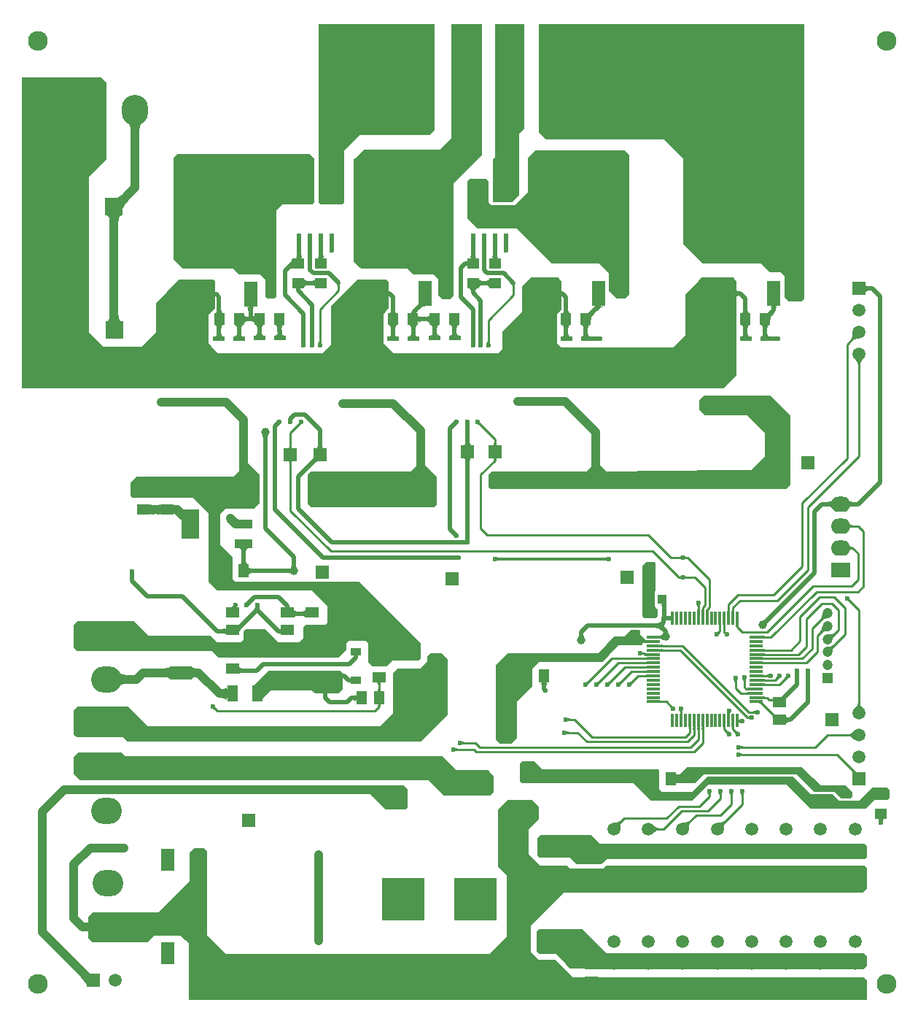
<source format=gbl>
G04 Layer_Physical_Order=2*
G04 Layer_Color=16711680*
%FSLAX44Y44*%
%MOMM*%
G71*
G01*
G75*
%ADD11R,1.2700X1.6002*%
%ADD13R,1.6002X1.2700*%
%ADD14R,2.7000X1.3000*%
%ADD24R,1.2700X1.3970*%
%ADD25R,1.3970X1.2700*%
%ADD27R,1.0000X1.1000*%
%ADD30R,0.5080X1.5240*%
%ADD31R,1.4500X0.5500*%
%ADD32R,10.7000X10.0000*%
%ADD33R,1.5000X3.0000*%
%ADD39C,0.5080*%
%ADD40C,0.2540*%
%ADD41C,1.0000*%
%ADD42C,0.5000*%
%ADD43C,1.0160*%
%ADD45C,0.3000*%
%ADD46R,1.5000X1.5000*%
%ADD47R,1.5000X1.5000*%
%ADD48C,1.5000*%
%ADD49R,2.5400X1.5240*%
%ADD50O,2.5400X1.5240*%
%ADD51C,2.3000*%
%ADD52R,1.5240X2.5400*%
%ADD53O,1.5240X2.5400*%
%ADD54O,2.2860X1.7780*%
%ADD55R,2.2860X1.7780*%
%ADD56O,3.5560X3.0480*%
%ADD57R,5.0000X5.0000*%
%ADD58R,1.1999X1.1999*%
%ADD59C,1.1999*%
%ADD60R,2.0000X2.0000*%
%ADD61C,2.0000*%
%ADD62O,3.0480X3.5560*%
%ADD63C,0.6000*%
%ADD64C,1.0000*%
%ADD65R,2.1500X3.5000*%
%ADD66R,2.1500X1.1000*%
%ADD67R,2.1500X1.1000*%
%ADD68R,1.3000X1.8500*%
%ADD69R,1.2200X0.9150*%
%ADD70R,1.6000X0.3000*%
%ADD71R,0.3000X1.6000*%
G36*
X-120335Y376447D02*
X-120499Y376611D01*
X-120678Y376758D01*
X-120874Y376887D01*
X-121085Y376999D01*
X-121311Y377094D01*
X-121554Y377172D01*
X-121812Y377232D01*
X-122086Y377276D01*
X-122375Y377301D01*
X-122681Y377310D01*
X-122569Y379850D01*
X-122264Y379858D01*
X-121974Y379882D01*
X-121698Y379921D01*
X-121436Y379977D01*
X-121189Y380048D01*
X-120956Y380136D01*
X-120737Y380239D01*
X-120533Y380358D01*
X-120343Y380493D01*
X-120167Y380644D01*
X-120335Y376447D01*
D02*
G37*
G36*
X-261779Y377110D02*
X-261805Y377148D01*
X-261881Y377182D01*
X-262008Y377212D01*
X-262186Y377238D01*
X-262694Y377278D01*
X-264319Y377310D01*
Y379850D01*
X-263837Y379852D01*
X-261881Y379978D01*
X-261805Y380012D01*
X-261779Y380050D01*
Y377110D01*
D02*
G37*
G36*
X-126815Y380012D02*
X-126739Y379978D01*
X-126612Y379948D01*
X-126434Y379922D01*
X-125926Y379882D01*
X-124300Y379850D01*
Y377310D01*
X-124783Y377308D01*
X-126739Y377182D01*
X-126815Y377148D01*
X-126840Y377110D01*
Y380050D01*
X-126815Y380012D01*
D02*
G37*
G36*
X-789894Y389367D02*
X-789665Y388927D01*
X-789282Y388539D01*
X-788746Y388202D01*
X-788058Y387917D01*
X-787216Y387684D01*
X-786222Y387503D01*
X-785074Y387374D01*
X-783774Y387296D01*
X-782320Y387270D01*
Y377270D01*
X-783774Y377244D01*
X-786222Y377037D01*
X-787216Y376856D01*
X-788058Y376623D01*
X-788746Y376338D01*
X-789282Y376001D01*
X-789665Y375613D01*
X-789894Y375173D01*
X-789970Y374680D01*
Y389860D01*
X-789894Y389367D01*
D02*
G37*
G36*
X-107980Y375460D02*
X-108212Y375451D01*
X-108443Y375420D01*
X-108672Y375367D01*
X-108900Y375291D01*
X-109128Y375193D01*
X-109354Y375072D01*
X-109579Y374930D01*
X-109803Y374765D01*
X-110025Y374577D01*
X-110247Y374367D01*
X-112043Y376163D01*
X-111833Y376385D01*
X-111645Y376608D01*
X-111480Y376831D01*
X-111338Y377056D01*
X-111217Y377282D01*
X-111119Y377509D01*
X-111043Y377738D01*
X-110990Y377967D01*
X-110959Y378198D01*
X-110950Y378430D01*
X-107980Y375460D01*
D02*
G37*
G36*
X-97820D02*
X-98052Y375451D01*
X-98283Y375420D01*
X-98512Y375367D01*
X-98741Y375291D01*
X-98968Y375193D01*
X-99194Y375072D01*
X-99419Y374930D01*
X-99642Y374765D01*
X-99865Y374577D01*
X-100087Y374367D01*
X-101883Y376163D01*
X-101673Y376385D01*
X-101486Y376608D01*
X-101320Y376831D01*
X-101178Y377056D01*
X-101057Y377282D01*
X-100959Y377509D01*
X-100883Y377738D01*
X-100830Y377967D01*
X-100799Y378198D01*
X-100790Y378430D01*
X-97820Y375460D01*
D02*
G37*
G36*
X-815310Y374680D02*
X-815409Y375173D01*
X-815710Y375613D01*
X-816209Y376001D01*
X-816909Y376338D01*
X-817810Y376623D01*
X-818910Y376856D01*
X-820210Y377037D01*
X-821710Y377166D01*
X-825310Y377270D01*
Y387270D01*
X-823410Y387296D01*
X-818910Y387684D01*
X-817810Y387917D01*
X-816909Y388202D01*
X-816209Y388539D01*
X-815710Y388927D01*
X-815409Y389367D01*
X-815310Y389860D01*
Y374680D01*
D02*
G37*
G36*
X-261779Y392110D02*
X-261805Y392148D01*
X-261881Y392182D01*
X-262008Y392212D01*
X-262186Y392238D01*
X-262694Y392278D01*
X-264319Y392310D01*
Y394850D01*
X-263837Y394852D01*
X-261881Y394978D01*
X-261805Y395012D01*
X-261779Y395050D01*
Y392110D01*
D02*
G37*
G36*
X-126815Y395012D02*
X-126739Y394978D01*
X-126612Y394948D01*
X-126434Y394922D01*
X-125926Y394882D01*
X-124300Y394850D01*
Y392310D01*
X-124783Y392308D01*
X-126739Y392182D01*
X-126815Y392148D01*
X-126840Y392110D01*
Y395050D01*
X-126815Y395012D01*
D02*
G37*
G36*
X-261779Y397110D02*
X-261805Y397148D01*
X-261881Y397182D01*
X-262008Y397212D01*
X-262186Y397238D01*
X-262694Y397278D01*
X-264319Y397310D01*
Y399850D01*
X-263837Y399852D01*
X-261881Y399978D01*
X-261805Y400012D01*
X-261779Y400050D01*
Y397110D01*
D02*
G37*
G36*
Y387110D02*
X-261805Y387148D01*
X-261881Y387182D01*
X-262008Y387212D01*
X-262186Y387238D01*
X-262694Y387278D01*
X-264319Y387310D01*
Y389850D01*
X-263837Y389852D01*
X-261881Y389978D01*
X-261805Y390012D01*
X-261779Y390050D01*
Y387110D01*
D02*
G37*
G36*
X-734930Y389335D02*
X-734780Y388910D01*
X-734529Y388535D01*
X-734180Y388210D01*
X-733729Y387935D01*
X-733179Y387710D01*
X-732530Y387535D01*
X-731779Y387410D01*
X-730929Y387335D01*
X-729979Y387310D01*
Y382310D01*
X-730929Y382297D01*
X-733179Y382105D01*
X-733729Y381990D01*
X-734180Y381849D01*
X-734529Y381683D01*
X-734780Y381491D01*
X-734930Y381274D01*
X-734979Y381031D01*
Y389810D01*
X-734930Y389335D01*
D02*
G37*
G36*
X-261779Y382110D02*
X-261805Y382148D01*
X-261881Y382182D01*
X-262008Y382212D01*
X-262186Y382238D01*
X-262694Y382278D01*
X-264319Y382310D01*
Y384850D01*
X-263837Y384852D01*
X-261881Y384978D01*
X-261805Y385012D01*
X-261779Y385050D01*
Y382110D01*
D02*
G37*
G36*
X-741888Y388094D02*
X-741716Y387953D01*
X-741537Y387825D01*
X-741351Y387709D01*
X-741157Y387607D01*
X-740956Y387517D01*
X-740747Y387440D01*
X-740531Y387377D01*
X-740308Y387326D01*
X-740077Y387288D01*
X-742888Y384477D01*
X-742926Y384708D01*
X-742977Y384931D01*
X-743040Y385147D01*
X-743117Y385356D01*
X-743207Y385557D01*
X-743309Y385751D01*
X-743424Y385937D01*
X-743553Y386116D01*
X-743694Y386288D01*
X-743848Y386452D01*
X-742052Y388248D01*
X-741888Y388094D01*
D02*
G37*
G36*
X-328647Y370597D02*
X-328857Y370375D01*
X-329044Y370153D01*
X-329210Y369929D01*
X-329352Y369704D01*
X-329473Y369478D01*
X-329571Y369250D01*
X-329647Y369022D01*
X-329700Y368793D01*
X-329731Y368562D01*
X-329740Y368330D01*
X-332710Y371300D01*
X-332478Y371309D01*
X-332247Y371340D01*
X-332018Y371393D01*
X-331790Y371469D01*
X-331562Y371567D01*
X-331336Y371688D01*
X-331111Y371830D01*
X-330887Y371996D01*
X-330665Y372183D01*
X-330443Y372393D01*
X-328647Y370597D01*
D02*
G37*
G36*
X-315947D02*
X-316157Y370375D01*
X-316345Y370153D01*
X-316510Y369929D01*
X-316652Y369704D01*
X-316773Y369478D01*
X-316871Y369250D01*
X-316947Y369022D01*
X-317000Y368793D01*
X-317031Y368562D01*
X-317040Y368330D01*
X-320010Y371300D01*
X-319778Y371309D01*
X-319547Y371340D01*
X-319318Y371393D01*
X-319090Y371469D01*
X-318862Y371567D01*
X-318636Y371688D01*
X-318411Y371830D01*
X-318188Y371996D01*
X-317965Y372183D01*
X-317743Y372393D01*
X-315947Y370597D01*
D02*
G37*
G36*
X-303247D02*
X-303457Y370375D01*
X-303645Y370153D01*
X-303810Y369929D01*
X-303952Y369704D01*
X-304073Y369478D01*
X-304171Y369250D01*
X-304247Y369022D01*
X-304300Y368793D01*
X-304331Y368562D01*
X-304340Y368330D01*
X-307310Y371300D01*
X-307078Y371309D01*
X-306847Y371340D01*
X-306618Y371393D01*
X-306390Y371469D01*
X-306162Y371567D01*
X-305936Y371688D01*
X-305711Y371830D01*
X-305487Y371996D01*
X-305265Y372183D01*
X-305043Y372393D01*
X-303247Y370597D01*
D02*
G37*
G36*
X-126815Y370012D02*
X-126739Y369978D01*
X-126612Y369948D01*
X-126434Y369922D01*
X-125926Y369882D01*
X-124300Y369850D01*
Y367310D01*
X-124783Y367308D01*
X-126739Y367182D01*
X-126815Y367148D01*
X-126840Y367110D01*
Y370050D01*
X-126815Y370012D01*
D02*
G37*
G36*
X-142780Y362110D02*
X-142805Y362148D01*
X-142881Y362182D01*
X-143008Y362212D01*
X-143186Y362238D01*
X-143694Y362278D01*
X-145319Y362310D01*
Y364850D01*
X-144837Y364852D01*
X-142881Y364978D01*
X-142805Y365012D01*
X-142780Y365050D01*
Y362110D01*
D02*
G37*
G36*
X-874893Y383684D02*
X-874504Y382837D01*
X-873856Y382090D01*
X-872950Y381443D01*
X-871784Y380895D01*
X-870359Y380447D01*
X-868675Y380098D01*
X-866732Y379849D01*
X-864530Y379700D01*
X-862068Y379650D01*
Y369650D01*
X-864530Y369600D01*
X-868675Y369202D01*
X-870359Y368853D01*
X-871784Y368405D01*
X-872950Y367857D01*
X-873856Y367210D01*
X-874504Y366463D01*
X-874893Y365616D01*
X-875022Y364670D01*
Y384630D01*
X-874893Y383684D01*
D02*
G37*
G36*
X-376475Y370439D02*
X-376900Y370289D01*
X-377275Y370039D01*
X-377600Y369689D01*
X-377875Y369240D01*
X-378100Y368689D01*
X-378275Y368040D01*
X-378400Y367290D01*
X-378475Y366440D01*
X-378500Y365490D01*
X-383500D01*
X-383525Y366440D01*
X-383600Y367290D01*
X-383725Y368040D01*
X-383900Y368689D01*
X-384125Y369240D01*
X-384400Y369689D01*
X-384725Y370039D01*
X-385100Y370289D01*
X-385525Y370439D01*
X-386000Y370490D01*
X-376000D01*
X-376475Y370439D01*
D02*
G37*
G36*
X-156808Y373607D02*
X-156949Y373422D01*
X-157073Y373222D01*
X-157181Y373007D01*
X-157273Y372777D01*
X-157347Y372532D01*
X-157405Y372272D01*
X-157447Y371997D01*
X-157472Y371707D01*
X-157480Y371402D01*
X-160020D01*
X-160028Y371707D01*
X-160053Y371997D01*
X-160095Y372272D01*
X-160153Y372532D01*
X-160228Y372777D01*
X-160319Y373007D01*
X-160427Y373222D01*
X-160551Y373422D01*
X-160692Y373607D01*
X-160850Y373778D01*
X-156650D01*
X-156808Y373607D01*
D02*
G37*
G36*
X-126815Y375012D02*
X-126739Y374978D01*
X-126612Y374948D01*
X-126434Y374922D01*
X-125926Y374882D01*
X-124300Y374850D01*
Y372310D01*
X-124783Y372308D01*
X-126739Y372182D01*
X-126815Y372148D01*
X-126840Y372110D01*
Y375050D01*
X-126815Y375012D01*
D02*
G37*
G36*
X-146648Y374877D02*
X-146789Y374692D01*
X-146913Y374492D01*
X-147021Y374277D01*
X-147113Y374047D01*
X-147187Y373802D01*
X-147245Y373542D01*
X-147287Y373267D01*
X-147312Y372977D01*
X-147320Y372672D01*
X-149860D01*
X-149868Y372977D01*
X-149893Y373267D01*
X-149935Y373542D01*
X-149993Y373802D01*
X-150068Y374047D01*
X-150159Y374277D01*
X-150267Y374492D01*
X-150391Y374692D01*
X-150532Y374877D01*
X-150690Y375048D01*
X-146490D01*
X-146648Y374877D01*
D02*
G37*
G36*
X-605479Y370560D02*
X-605509Y370646D01*
X-605598Y370723D01*
X-605748Y370792D01*
X-605957Y370851D01*
X-606226Y370901D01*
X-606554Y370942D01*
X-607390Y370997D01*
X-608465Y371015D01*
Y376015D01*
X-607898Y376020D01*
X-606226Y376129D01*
X-605957Y376179D01*
X-605748Y376238D01*
X-605598Y376306D01*
X-605509Y376384D01*
X-605479Y376470D01*
Y370560D01*
D02*
G37*
G36*
X-290547Y370597D02*
X-290757Y370375D01*
X-290944Y370153D01*
X-291110Y369929D01*
X-291252Y369704D01*
X-291373Y369478D01*
X-291471Y369250D01*
X-291547Y369022D01*
X-291600Y368793D01*
X-291631Y368562D01*
X-291640Y368330D01*
X-294610Y371300D01*
X-294378Y371309D01*
X-294147Y371340D01*
X-293918Y371393D01*
X-293689Y371469D01*
X-293462Y371567D01*
X-293236Y371688D01*
X-293011Y371830D01*
X-292787Y371996D01*
X-292565Y372183D01*
X-292343Y372393D01*
X-290547Y370597D01*
D02*
G37*
G36*
X-277847D02*
X-278057Y370375D01*
X-278244Y370153D01*
X-278410Y369929D01*
X-278552Y369704D01*
X-278673Y369478D01*
X-278771Y369250D01*
X-278847Y369022D01*
X-278900Y368793D01*
X-278931Y368562D01*
X-278940Y368330D01*
X-281910Y371300D01*
X-281678Y371309D01*
X-281447Y371340D01*
X-281218Y371393D01*
X-280989Y371469D01*
X-280762Y371567D01*
X-280536Y371688D01*
X-280311Y371830D01*
X-280088Y371996D01*
X-279865Y372183D01*
X-279643Y372393D01*
X-277847Y370597D01*
D02*
G37*
G36*
X-570471Y370875D02*
X-570687Y370798D01*
X-570878Y370670D01*
X-571043Y370490D01*
X-571183Y370258D01*
X-571297Y369976D01*
X-571386Y369641D01*
X-571449Y369256D01*
X-571487Y368819D01*
X-571500Y368330D01*
X-574040D01*
X-574053Y368819D01*
X-574091Y369256D01*
X-574154Y369641D01*
X-574243Y369976D01*
X-574357Y370258D01*
X-574497Y370490D01*
X-574662Y370670D01*
X-574853Y370798D01*
X-575069Y370875D01*
X-575310Y370901D01*
X-570230D01*
X-570471Y370875D01*
D02*
G37*
G36*
X-126815Y400012D02*
X-126739Y399978D01*
X-126612Y399948D01*
X-126434Y399922D01*
X-125926Y399882D01*
X-124300Y399850D01*
Y397310D01*
X-124783Y397308D01*
X-126739Y397182D01*
X-126815Y397148D01*
X-126840Y397110D01*
Y400050D01*
X-126815Y400012D01*
D02*
G37*
G36*
X-175378Y437585D02*
X-175412Y437509D01*
X-175442Y437382D01*
X-175468Y437204D01*
X-175508Y436696D01*
X-175540Y435070D01*
X-178080D01*
X-178082Y435553D01*
X-178208Y437509D01*
X-178242Y437585D01*
X-178279Y437611D01*
X-175340D01*
X-175378Y437585D01*
D02*
G37*
G36*
X-170378D02*
X-170412Y437509D01*
X-170442Y437382D01*
X-170468Y437204D01*
X-170508Y436696D01*
X-170540Y435070D01*
X-173080D01*
X-173082Y435553D01*
X-173208Y437509D01*
X-173242Y437585D01*
X-173279Y437611D01*
X-170340D01*
X-170378Y437585D01*
D02*
G37*
G36*
X-155378Y437586D02*
X-155412Y437514D01*
X-155442Y437393D01*
X-155468Y437224D01*
X-155508Y436741D01*
X-155538Y435653D01*
X-155540Y435194D01*
X-158080D01*
X-158082Y435653D01*
X-158208Y437514D01*
X-158242Y437586D01*
X-158279Y437611D01*
X-155340D01*
X-155378Y437586D01*
D02*
G37*
G36*
X-740646Y432075D02*
X-740614Y432061D01*
X-740387Y431981D01*
X-740153Y431916D01*
X-739911Y431865D01*
X-739662Y431829D01*
X-739405Y431807D01*
X-739140Y431800D01*
Y429260D01*
X-739405Y429253D01*
X-739662Y429231D01*
X-739911Y429195D01*
X-740153Y429144D01*
X-740387Y429079D01*
X-740614Y428999D01*
X-740646Y428985D01*
Y428535D01*
X-740842Y428672D01*
X-741045Y428795D01*
X-741248Y428672D01*
X-741444Y428535D01*
Y428985D01*
X-741476Y428999D01*
X-741703Y429079D01*
X-741937Y429144D01*
X-742179Y429195D01*
X-742428Y429231D01*
X-742685Y429253D01*
X-742950Y429260D01*
Y431800D01*
X-742685Y431807D01*
X-742428Y431829D01*
X-742179Y431865D01*
X-741937Y431916D01*
X-741703Y431981D01*
X-741476Y432061D01*
X-741444Y432075D01*
Y432525D01*
X-741248Y432388D01*
X-741045Y432265D01*
X-740842Y432388D01*
X-740646Y432525D01*
Y432075D01*
D02*
G37*
G36*
X-169918Y429545D02*
X-171735Y427729D01*
X-171744Y427741D01*
X-171773Y427773D01*
X-172708Y428722D01*
X-170912Y430518D01*
X-169918Y429545D01*
D02*
G37*
G36*
X-52633Y430196D02*
X-53401Y430250D01*
X-54124Y430262D01*
X-54801Y430233D01*
X-55434Y430163D01*
X-56021Y430051D01*
X-56563Y429898D01*
X-57060Y429704D01*
X-57512Y429469D01*
X-57919Y429192D01*
X-58280Y428874D01*
X-59922Y430824D01*
X-59623Y431162D01*
X-59349Y431553D01*
X-59100Y431998D01*
X-58876Y432497D01*
X-58677Y433049D01*
X-58502Y433654D01*
X-58353Y434313D01*
X-58128Y435792D01*
X-58053Y436612D01*
X-52633Y430196D01*
D02*
G37*
G36*
X-240802Y438922D02*
X-241155Y438499D01*
X-241396Y438046D01*
X-241526Y437562D01*
X-241544Y437049D01*
X-241450Y436507D01*
X-241245Y435934D01*
X-240928Y435331D01*
X-240500Y434699D01*
X-239960Y434037D01*
X-239309Y433344D01*
X-243880Y430844D01*
X-244602Y431516D01*
X-245353Y432117D01*
X-246133Y432648D01*
X-246943Y433107D01*
X-247782Y433496D01*
X-248650Y433814D01*
X-249547Y434062D01*
X-250474Y434239D01*
X-251430Y434345D01*
X-252416Y434380D01*
Y439380D01*
X-251435Y439411D01*
X-250492Y439503D01*
X-249589Y439657D01*
X-248723Y439873D01*
X-247896Y440149D01*
X-247108Y440488D01*
X-246357Y440888D01*
X-245646Y441350D01*
X-244972Y441873D01*
X-244338Y442458D01*
X-240802Y438922D01*
D02*
G37*
G36*
X-671460Y455375D02*
X-671309Y454950D01*
X-671057Y454575D01*
X-670705Y454250D01*
X-670252Y453975D01*
X-669699Y453750D01*
X-669045Y453575D01*
X-668290Y453450D01*
X-667435Y453375D01*
X-666479Y453350D01*
Y448350D01*
X-667435Y448325D01*
X-668290Y448250D01*
X-669045Y448125D01*
X-669699Y447950D01*
X-670252Y447725D01*
X-670705Y447450D01*
X-671057Y447125D01*
X-671309Y446750D01*
X-671460Y446325D01*
X-671510Y445850D01*
Y455850D01*
X-671460Y455375D01*
D02*
G37*
G36*
X-658180Y445850D02*
X-658230Y446325D01*
X-658381Y446750D01*
X-658633Y447125D01*
X-658985Y447450D01*
X-659438Y447725D01*
X-659991Y447950D01*
X-660645Y448125D01*
X-661400Y448250D01*
X-662255Y448325D01*
X-663211Y448350D01*
Y453350D01*
X-662255Y453375D01*
X-661400Y453450D01*
X-660645Y453575D01*
X-659991Y453750D01*
X-659438Y453975D01*
X-658985Y454250D01*
X-658633Y454575D01*
X-658381Y454950D01*
X-658230Y455375D01*
X-658180Y455850D01*
Y445850D01*
D02*
G37*
G36*
X-711240Y455930D02*
X-713740D01*
X-719775Y453430D01*
X-719104Y454142D01*
X-718503Y454865D01*
X-717972Y455597D01*
X-717513Y456340D01*
X-717124Y457093D01*
X-716806Y457856D01*
X-716558Y458629D01*
X-716381Y459413D01*
X-716275Y460206D01*
X-716240Y461010D01*
X-711240Y455930D01*
D02*
G37*
G36*
X-251460Y509270D02*
Y502920D01*
Y477520D01*
X-252730Y476250D01*
Y462280D01*
Y459740D01*
X-251460Y458470D01*
X-248920Y455930D01*
Y448310D01*
X-251460Y445770D01*
X-264160D01*
X-266700Y448310D01*
Y450850D01*
Y506730D01*
X-262890Y510540D01*
X-252730D01*
X-251460Y509270D01*
D02*
G37*
G36*
X-731444Y434691D02*
X-732280Y433820D01*
X-733630Y432187D01*
X-734144Y431425D01*
X-734551Y430700D01*
X-734851Y430011D01*
X-735044Y429358D01*
X-735129Y428742D01*
X-735108Y428163D01*
X-734979Y427620D01*
X-738622Y438120D01*
X-738387Y437682D01*
X-738047Y437421D01*
X-737603Y437335D01*
X-737053Y437425D01*
X-736398Y437691D01*
X-735639Y438132D01*
X-734774Y438749D01*
X-733805Y439542D01*
X-731551Y441655D01*
X-731444Y434691D01*
D02*
G37*
G36*
X-120049Y441565D02*
X-120422Y441178D01*
X-121050Y440437D01*
X-121305Y440084D01*
X-121519Y439742D01*
X-121695Y439411D01*
X-121831Y439091D01*
X-121927Y438783D01*
X-121983Y438486D01*
X-122000Y438200D01*
X-126950Y443150D01*
X-126664Y443167D01*
X-126367Y443223D01*
X-126059Y443320D01*
X-125739Y443455D01*
X-125408Y443631D01*
X-125066Y443845D01*
X-124713Y444100D01*
X-124348Y444394D01*
X-123585Y445101D01*
X-120049Y441565D01*
D02*
G37*
G36*
X-52130Y445156D02*
X-52926Y445147D01*
X-54369Y445030D01*
X-55016Y444921D01*
X-55614Y444779D01*
X-56163Y444603D01*
X-56662Y444394D01*
X-57112Y444151D01*
X-57512Y443875D01*
X-57863Y443565D01*
X-59660Y445361D01*
X-59350Y445712D01*
X-59074Y446113D01*
X-58831Y446562D01*
X-58622Y447062D01*
X-58446Y447610D01*
X-58304Y448208D01*
X-58195Y448856D01*
X-58120Y449553D01*
X-58069Y451095D01*
X-52130Y445156D01*
D02*
G37*
G36*
X-245815Y410012D02*
X-245739Y409978D01*
X-245612Y409948D01*
X-245434Y409922D01*
X-244926Y409882D01*
X-243300Y409850D01*
Y407310D01*
X-243783Y407308D01*
X-245739Y407182D01*
X-245815Y407148D01*
X-245840Y407110D01*
Y410050D01*
X-245815Y410012D01*
D02*
G37*
G36*
X-126815D02*
X-126739Y409978D01*
X-126612Y409948D01*
X-126434Y409922D01*
X-125926Y409882D01*
X-124300Y409850D01*
Y407310D01*
X-124783Y407308D01*
X-126739Y407182D01*
X-126815Y407148D01*
X-126840Y407110D01*
Y410050D01*
X-126815Y410012D01*
D02*
G37*
G36*
X-245815Y415012D02*
X-245739Y414978D01*
X-245612Y414948D01*
X-245434Y414922D01*
X-244926Y414882D01*
X-243300Y414850D01*
Y412310D01*
X-243783Y412308D01*
X-245739Y412182D01*
X-245815Y412148D01*
X-245840Y412110D01*
Y415050D01*
X-245815Y415012D01*
D02*
G37*
G36*
X-44572Y412102D02*
X-44884Y411748D01*
X-45161Y411345D01*
X-45401Y410894D01*
X-45606Y410395D01*
X-45774Y409849D01*
X-45906Y409254D01*
X-46002Y408610D01*
X-46062Y407919D01*
X-46087Y407180D01*
X-46075Y406393D01*
X-52172Y412170D01*
X-51368Y412200D01*
X-49913Y412351D01*
X-49261Y412472D01*
X-48660Y412625D01*
X-48110Y412808D01*
X-47611Y413022D01*
X-47162Y413267D01*
X-46764Y413543D01*
X-46417Y413849D01*
X-44572Y412102D01*
D02*
G37*
G36*
X-261779Y402110D02*
X-261800Y402148D01*
X-261863Y402182D01*
X-261969Y402212D01*
X-262116Y402238D01*
X-262305Y402260D01*
X-263124Y402302D01*
X-263880Y402310D01*
Y404850D01*
X-263481Y404852D01*
X-261969Y404948D01*
X-261863Y404978D01*
X-261800Y405012D01*
X-261779Y405050D01*
Y402110D01*
D02*
G37*
G36*
X-126815Y405012D02*
X-126739Y404978D01*
X-126612Y404948D01*
X-126434Y404922D01*
X-125926Y404882D01*
X-124300Y404850D01*
Y402310D01*
X-124783Y402308D01*
X-126739Y402182D01*
X-126815Y402148D01*
X-126840Y402110D01*
Y405050D01*
X-126815Y405012D01*
D02*
G37*
G36*
X-600978Y404294D02*
X-601176Y404427D01*
X-601413Y404546D01*
X-601686Y404651D01*
X-601997Y404743D01*
X-602346Y404820D01*
X-602733Y404883D01*
X-603619Y404967D01*
X-604118Y404988D01*
X-604655Y404995D01*
Y407535D01*
X-604118Y407542D01*
X-602733Y407647D01*
X-602346Y407710D01*
X-601997Y407787D01*
X-601686Y407878D01*
X-601413Y407984D01*
X-601176Y408103D01*
X-600978Y408236D01*
Y404294D01*
D02*
G37*
G36*
X-750890Y425530D02*
X-750940Y426005D01*
X-751091Y426430D01*
X-751343Y426805D01*
X-751695Y427130D01*
X-752148Y427405D01*
X-752701Y427630D01*
X-753355Y427805D01*
X-754109Y427930D01*
X-754965Y428005D01*
X-755920Y428030D01*
Y433030D01*
X-754965Y433055D01*
X-754109Y433130D01*
X-753355Y433255D01*
X-752701Y433430D01*
X-752148Y433655D01*
X-751695Y433930D01*
X-751343Y434255D01*
X-751091Y434630D01*
X-750940Y435055D01*
X-750890Y435530D01*
Y425530D01*
D02*
G37*
G36*
X-43818Y425555D02*
X-44086Y425254D01*
X-44348Y424891D01*
X-44605Y424465D01*
X-44855Y423979D01*
X-45100Y423430D01*
X-45571Y422147D01*
X-46020Y420618D01*
X-46235Y419761D01*
X-50557Y426963D01*
X-49853Y426802D01*
X-49185Y426696D01*
X-48554Y426644D01*
X-47958Y426647D01*
X-47400Y426705D01*
X-46878Y426817D01*
X-46392Y426984D01*
X-45943Y427205D01*
X-45530Y427481D01*
X-45154Y427812D01*
X-43818Y425555D01*
D02*
G37*
G36*
X-176247Y429017D02*
X-176457Y428795D01*
X-176644Y428573D01*
X-176810Y428349D01*
X-176952Y428124D01*
X-177073Y427898D01*
X-177171Y427671D01*
X-177247Y427442D01*
X-177300Y427213D01*
X-177331Y426982D01*
X-177340Y426750D01*
X-180310Y429720D01*
X-180078Y429729D01*
X-179847Y429760D01*
X-179618Y429813D01*
X-179389Y429889D01*
X-179162Y429987D01*
X-178936Y430108D01*
X-178711Y430250D01*
X-178487Y430415D01*
X-178265Y430603D01*
X-178043Y430813D01*
X-176247Y429017D01*
D02*
G37*
G36*
X-335310Y427162D02*
X-335230Y426194D01*
X-335160Y425765D01*
X-335070Y425371D01*
X-334960Y425013D01*
X-334830Y424691D01*
X-334680Y424405D01*
X-334510Y424155D01*
X-334320Y423941D01*
X-341320D01*
X-341130Y424155D01*
X-340960Y424405D01*
X-340810Y424691D01*
X-340680Y425013D01*
X-340570Y425371D01*
X-340480Y425765D01*
X-340410Y426194D01*
X-340360Y426660D01*
X-340320Y427700D01*
X-335320D01*
X-335310Y427162D01*
D02*
G37*
G36*
X-711200Y612140D02*
X-711200Y579120D01*
X-717550Y572770D01*
X-750570D01*
X-754380Y568960D01*
X-756920Y566420D01*
Y561340D01*
Y530860D01*
X-754380Y528320D01*
X-742950Y516890D01*
Y502920D01*
Y491490D01*
X-739140Y487680D01*
X-595630D01*
X-529590Y421640D01*
X-524510Y416560D01*
Y407670D01*
Y398780D01*
X-525780Y397510D01*
X-527050Y396240D01*
X-557530D01*
X-563880Y389890D01*
X-580390D01*
X-585470Y394970D01*
Y410210D01*
Y416560D01*
X-586740Y417830D01*
X-588010Y419100D01*
X-608330D01*
X-610870Y416560D01*
Y415290D01*
Y408940D01*
X-619760Y400050D01*
X-759460D01*
X-760730Y401320D01*
X-767080Y407670D01*
X-923290D01*
X-927100Y411480D01*
Y438150D01*
X-923290Y441960D01*
X-857250D01*
X-840740Y425450D01*
X-768350D01*
X-764540Y421640D01*
X-760730Y417830D01*
X-732790D01*
X-731520Y419100D01*
X-730250Y420370D01*
Y422910D01*
Y430530D01*
X-727710Y433070D01*
X-704850D01*
X-702310Y430530D01*
X-689610Y417830D01*
X-665480D01*
X-660400Y422910D01*
Y433070D01*
Y435610D01*
X-659130Y436880D01*
X-657860Y438150D01*
X-635000D01*
X-633730Y439420D01*
X-632460Y440690D01*
Y447040D01*
Y459740D01*
X-650240Y477520D01*
X-760730D01*
X-763270Y480060D01*
X-770890Y487680D01*
Y552450D01*
Y567690D01*
X-782320Y579120D01*
X-788670Y585470D01*
X-858520D01*
X-861060Y588010D01*
Y595630D01*
Y603250D01*
X-854710Y609600D01*
X-741530D01*
X-725093Y626037D01*
X-711200Y612140D01*
D02*
G37*
G36*
X-243709Y424858D02*
X-243300Y424850D01*
Y422310D01*
X-243401Y422310D01*
X-243155Y420277D01*
X-243657Y420663D01*
X-244628Y421314D01*
X-245096Y421578D01*
X-245553Y421802D01*
X-245998Y421985D01*
X-246432Y422127D01*
X-246855Y422229D01*
X-247267Y422290D01*
X-247667Y422310D01*
X-247985Y424850D01*
X-247555Y424874D01*
X-247133Y424945D01*
X-246717Y425064D01*
X-246308Y425230D01*
X-245905Y425444D01*
X-245510Y425705D01*
X-245121Y426014D01*
X-244739Y426371D01*
X-244363Y426775D01*
X-243995Y427226D01*
X-243709Y424858D01*
D02*
G37*
G36*
X-126815Y425012D02*
X-126739Y424978D01*
X-126612Y424948D01*
X-126434Y424922D01*
X-125926Y424882D01*
X-124300Y424850D01*
Y422310D01*
X-124783Y422308D01*
X-126739Y422182D01*
X-126815Y422148D01*
X-126840Y422110D01*
Y425050D01*
X-126815Y425012D01*
D02*
G37*
G36*
X-152627Y288962D02*
X-152442Y288821D01*
X-152242Y288697D01*
X-152027Y288589D01*
X-151797Y288498D01*
X-151552Y288423D01*
X-151292Y288365D01*
X-151017Y288323D01*
X-150727Y288298D01*
X-150422Y288290D01*
Y285750D01*
X-150727Y285742D01*
X-151017Y285717D01*
X-151292Y285675D01*
X-151552Y285617D01*
X-151797Y285543D01*
X-152027Y285451D01*
X-152242Y285343D01*
X-152442Y285219D01*
X-152627Y285078D01*
X-152798Y284920D01*
Y289120D01*
X-152627Y288962D01*
D02*
G37*
G36*
X-484097Y295312D02*
X-483912Y295171D01*
X-483712Y295047D01*
X-483497Y294939D01*
X-483267Y294848D01*
X-483022Y294773D01*
X-482762Y294715D01*
X-482487Y294673D01*
X-482197Y294648D01*
X-481892Y294640D01*
Y292100D01*
X-482197Y292092D01*
X-482487Y292067D01*
X-482762Y292025D01*
X-483022Y291967D01*
X-483267Y291893D01*
X-483497Y291801D01*
X-483712Y291693D01*
X-483912Y291569D01*
X-484097Y291428D01*
X-484268Y291270D01*
Y295470D01*
X-484097Y295312D01*
D02*
G37*
G36*
X-152627Y297852D02*
X-152442Y297711D01*
X-152242Y297587D01*
X-152027Y297479D01*
X-151797Y297388D01*
X-151552Y297313D01*
X-151292Y297255D01*
X-151017Y297213D01*
X-150727Y297188D01*
X-150422Y297180D01*
Y294640D01*
X-150727Y294632D01*
X-151017Y294607D01*
X-151292Y294565D01*
X-151552Y294507D01*
X-151797Y294433D01*
X-152027Y294341D01*
X-152242Y294233D01*
X-152442Y294109D01*
X-152627Y293968D01*
X-152798Y293810D01*
Y298010D01*
X-152627Y297852D01*
D02*
G37*
G36*
X-19806Y268000D02*
X-19444Y267691D01*
X-19083Y267418D01*
X-18722Y267181D01*
X-18363Y266980D01*
X-18004Y266815D01*
X-17646Y266687D01*
X-17289Y266595D01*
X-16933Y266539D01*
X-16577Y266519D01*
X-22710Y266549D01*
X-22720Y266701D01*
X-22752Y266859D01*
X-22804Y267024D01*
X-22878Y267194D01*
X-22973Y267370D01*
X-23088Y267553D01*
X-23225Y267742D01*
X-23383Y267937D01*
X-23762Y268346D01*
X-20169D01*
X-19806Y268000D01*
D02*
G37*
G36*
X-174588Y242797D02*
X-174729Y242612D01*
X-174853Y242412D01*
X-174961Y242197D01*
X-175053Y241967D01*
X-175127Y241722D01*
X-175185Y241462D01*
X-175227Y241187D01*
X-175252Y240897D01*
X-175260Y240592D01*
X-177800D01*
X-177808Y240897D01*
X-177833Y241187D01*
X-177875Y241462D01*
X-177933Y241722D01*
X-178008Y241967D01*
X-178099Y242197D01*
X-178207Y242412D01*
X-178331Y242612D01*
X-178472Y242797D01*
X-178630Y242968D01*
X-174430D01*
X-174588Y242797D01*
D02*
G37*
G36*
X-161888D02*
X-162029Y242612D01*
X-162153Y242412D01*
X-162261Y242197D01*
X-162353Y241967D01*
X-162427Y241722D01*
X-162485Y241462D01*
X-162527Y241187D01*
X-162552Y240897D01*
X-162560Y240592D01*
X-165100D01*
X-165108Y240897D01*
X-165133Y241187D01*
X-165175Y241462D01*
X-165233Y241722D01*
X-165308Y241967D01*
X-165399Y242197D01*
X-165507Y242412D01*
X-165631Y242612D01*
X-165772Y242797D01*
X-165930Y242968D01*
X-161730D01*
X-161888Y242797D01*
D02*
G37*
G36*
X-149188D02*
X-149329Y242612D01*
X-149453Y242412D01*
X-149561Y242197D01*
X-149653Y241967D01*
X-149727Y241722D01*
X-149785Y241462D01*
X-149827Y241187D01*
X-149852Y240897D01*
X-149860Y240592D01*
X-152400D01*
X-152408Y240897D01*
X-152433Y241187D01*
X-152475Y241462D01*
X-152533Y241722D01*
X-152607Y241967D01*
X-152699Y242197D01*
X-152807Y242412D01*
X-152931Y242612D01*
X-153072Y242797D01*
X-153230Y242968D01*
X-149030D01*
X-149188Y242797D01*
D02*
G37*
G36*
X-168445Y315033D02*
X-168223Y314846D01*
X-167999Y314680D01*
X-167774Y314538D01*
X-167548Y314417D01*
X-167320Y314319D01*
X-167092Y314243D01*
X-166863Y314190D01*
X-166632Y314159D01*
X-166400Y314150D01*
X-169370Y311180D01*
X-169379Y311412D01*
X-169410Y311643D01*
X-169463Y311872D01*
X-169539Y312101D01*
X-169637Y312328D01*
X-169758Y312554D01*
X-169900Y312779D01*
X-170065Y313002D01*
X-170253Y313225D01*
X-170463Y313447D01*
X-168667Y315243D01*
X-168445Y315033D01*
D02*
G37*
G36*
X-158285D02*
X-158062Y314846D01*
X-157839Y314680D01*
X-157614Y314538D01*
X-157388Y314417D01*
X-157161Y314319D01*
X-156932Y314243D01*
X-156703Y314190D01*
X-156472Y314159D01*
X-156240Y314150D01*
X-159210Y311180D01*
X-159219Y311412D01*
X-159250Y311643D01*
X-159303Y311872D01*
X-159379Y312101D01*
X-159477Y312328D01*
X-159598Y312554D01*
X-159740Y312779D01*
X-159906Y313002D01*
X-160093Y313225D01*
X-160303Y313447D01*
X-158507Y315243D01*
X-158285Y315033D01*
D02*
G37*
G36*
X-210378Y318585D02*
X-210412Y318509D01*
X-210442Y318382D01*
X-210468Y318204D01*
X-210508Y317696D01*
X-210540Y316070D01*
X-213080D01*
X-213082Y316553D01*
X-213208Y318509D01*
X-213242Y318585D01*
X-213279Y318610D01*
X-210340D01*
X-210378Y318585D01*
D02*
G37*
G36*
X-354811Y314616D02*
X-354626Y314475D01*
X-354426Y314351D01*
X-354211Y314243D01*
X-353981Y314151D01*
X-353736Y314077D01*
X-353476Y314019D01*
X-353201Y313977D01*
X-352911Y313952D01*
X-352606Y313944D01*
Y311404D01*
X-352911Y311396D01*
X-353201Y311371D01*
X-353476Y311329D01*
X-353736Y311271D01*
X-353981Y311196D01*
X-354211Y311105D01*
X-354426Y310997D01*
X-354626Y310873D01*
X-354811Y310732D01*
X-354982Y310574D01*
Y314774D01*
X-354811Y314616D01*
D02*
G37*
G36*
X-476477Y302932D02*
X-476292Y302791D01*
X-476092Y302667D01*
X-475877Y302559D01*
X-475647Y302467D01*
X-475402Y302393D01*
X-475142Y302335D01*
X-474867Y302293D01*
X-474577Y302268D01*
X-474272Y302260D01*
Y299720D01*
X-474577Y299712D01*
X-474867Y299687D01*
X-475142Y299645D01*
X-475402Y299587D01*
X-475647Y299513D01*
X-475877Y299421D01*
X-476092Y299313D01*
X-476292Y299189D01*
X-476477Y299048D01*
X-476648Y298890D01*
Y303090D01*
X-476477Y302932D01*
D02*
G37*
G36*
X-269240Y430530D02*
Y426720D01*
X-265430Y422910D01*
X-263810Y421290D01*
Y420080D01*
X-262890D01*
Y418580D01*
X-264913D01*
X-265222Y417080D01*
X-265548Y417076D01*
X-266395Y417013D01*
X-266633Y416975D01*
X-266741Y416952D01*
Y415249D01*
X-267970Y414020D01*
X-294640D01*
X-306070Y402590D01*
X-313690Y394970D01*
X-387350D01*
X-392430Y389890D01*
X-394970Y387350D01*
Y381000D01*
Y367030D01*
X-397510Y364490D01*
X-412750Y349250D01*
Y316230D01*
X-412750Y306070D01*
X-419100Y299720D01*
X-431800D01*
X-436880Y304800D01*
Y311150D01*
Y391160D01*
X-426720Y401320D01*
X-422910Y405130D01*
X-318770D01*
X-308610Y415290D01*
X-299720Y424180D01*
X-288290D01*
X-281940Y430530D01*
X-280670Y431800D01*
X-270510D01*
X-269240Y430530D01*
D02*
G37*
G36*
X-20596Y304630D02*
X-21364Y305386D01*
X-22823Y306660D01*
X-23514Y307177D01*
X-24181Y307615D01*
X-24822Y307973D01*
X-25437Y308252D01*
X-26027Y308451D01*
X-26592Y308570D01*
X-27132Y308610D01*
Y311150D01*
X-26592Y311190D01*
X-26027Y311309D01*
X-25437Y311508D01*
X-24822Y311787D01*
X-24181Y312145D01*
X-23514Y312583D01*
X-22823Y313100D01*
X-21364Y314374D01*
X-20596Y315130D01*
Y304630D01*
D02*
G37*
G36*
X-253876Y205294D02*
X-252417Y204020D01*
X-251726Y203503D01*
X-251059Y203065D01*
X-250418Y202707D01*
X-249803Y202428D01*
X-249213Y202229D01*
X-248648Y202110D01*
X-248108Y202070D01*
Y199530D01*
X-248648Y199490D01*
X-249213Y199371D01*
X-249803Y199172D01*
X-250418Y198893D01*
X-251059Y198535D01*
X-251726Y198097D01*
X-252417Y197580D01*
X-253876Y196306D01*
X-254644Y195550D01*
Y206050D01*
X-253876Y205294D01*
D02*
G37*
G36*
X-170693Y208311D02*
X-171047Y207901D01*
X-171362Y207417D01*
X-171638Y206859D01*
X-171877Y206227D01*
X-172076Y205520D01*
X-172238Y204740D01*
X-172361Y203885D01*
X-172492Y201952D01*
X-172500Y200875D01*
X-179925Y208300D01*
X-178848Y208308D01*
X-176915Y208439D01*
X-176060Y208562D01*
X-175280Y208724D01*
X-174573Y208923D01*
X-173941Y209162D01*
X-173383Y209438D01*
X-172899Y209753D01*
X-172489Y210107D01*
X-170693Y208311D01*
D02*
G37*
G36*
X-211058Y208786D02*
X-211424Y208361D01*
X-211742Y207868D01*
X-212010Y207307D01*
X-212231Y206678D01*
X-212402Y205980D01*
X-212525Y205215D01*
X-212599Y204381D01*
X-212625Y203478D01*
X-212530Y201469D01*
X-220519Y208282D01*
X-219406Y208376D01*
X-216549Y208819D01*
X-215757Y209021D01*
X-215045Y209250D01*
X-214413Y209506D01*
X-213862Y209789D01*
X-213390Y210100D01*
X-212999Y210437D01*
X-211058Y208786D01*
D02*
G37*
G36*
X-318770Y186690D02*
X-316230Y184150D01*
X-8890D01*
X-6350Y181610D01*
Y168910D01*
X-8890Y166370D01*
X-308610D01*
X-313690Y161290D01*
X-314960Y160020D01*
X-342900D01*
X-350520Y167640D01*
X-386080D01*
X-388620Y170180D01*
Y190500D01*
X-384810Y194310D01*
X-326390D01*
X-318770Y186690D01*
D02*
G37*
G36*
X-913351Y37843D02*
X-909518Y34572D01*
X-907852Y33400D01*
X-906354Y32535D01*
X-905023Y31979D01*
X-903861Y31732D01*
X-902865Y31792D01*
X-902038Y32162D01*
X-901377Y32839D01*
X-911710Y17931D01*
X-911780Y18772D01*
X-911992Y19674D01*
X-912346Y20636D01*
X-912841Y21659D01*
X-913477Y22742D01*
X-914255Y23885D01*
X-915174Y25088D01*
X-917437Y27675D01*
X-918781Y29060D01*
X-915519Y39941D01*
X-913351Y37843D01*
D02*
G37*
G36*
X-334010Y82550D02*
X-308610Y57150D01*
X-10160D01*
X-6350Y53340D01*
Y41910D01*
X-10160Y38100D01*
X-320040D01*
X-321310Y39370D01*
X-350520D01*
X-355600Y44450D01*
X-367030Y55880D01*
X-386080D01*
X-387350Y57150D01*
X-389890Y59690D01*
Y82550D01*
X-387350Y85090D01*
X-336550D01*
X-334010Y82550D01*
D02*
G37*
G36*
X-387350Y227330D02*
Y220980D01*
Y212090D01*
X-391160Y208280D01*
X-398780Y200660D01*
Y189230D01*
Y171450D01*
X-394970Y167640D01*
X-386080Y158750D01*
X-354330D01*
X-350520Y154940D01*
X-312420D01*
X-308610Y158750D01*
X-8890D01*
X-6350Y156210D01*
Y153670D01*
X-6349Y132080D01*
X-11430Y127000D01*
X-25400Y127000D01*
X-358140D01*
X-372110Y113030D01*
X-396240Y88900D01*
Y77470D01*
Y58420D01*
X-387350Y49530D01*
X-368300D01*
X-356870Y38100D01*
X-347980Y29210D01*
X-334415D01*
X-334330Y30000D01*
X-334332Y29210D01*
X-318419D01*
Y30000D01*
X-318336Y29210D01*
X-10160D01*
X-6350Y25400D01*
Y10160D01*
Y3075D01*
X-793750D01*
Y68580D01*
X-797560Y72390D01*
X-802640Y77470D01*
X-834390D01*
X-842010Y69850D01*
X-905510D01*
X-910590Y74930D01*
Y82471D01*
X-912200Y82580D01*
X-914662Y82630D01*
Y92630D01*
X-912200Y92680D01*
X-910590Y92835D01*
Y99060D01*
X-905510Y104140D01*
X-829310D01*
X-822960Y110490D01*
X-792480Y140970D01*
Y165100D01*
Y173990D01*
X-788670Y177800D01*
X-787400Y179070D01*
X-775970D01*
X-774700Y177800D01*
X-772160Y175260D01*
Y172720D01*
Y77470D01*
X-758190Y63500D01*
X-750570Y55880D01*
X-444500D01*
X-429260Y71120D01*
X-424180Y76200D01*
Y97790D01*
Y147320D01*
X-431800Y154940D01*
X-434340Y157480D01*
Y190500D01*
Y223520D01*
X-426720Y231140D01*
X-422910Y234950D01*
X-394970D01*
X-387350Y227330D01*
D02*
G37*
G36*
X-68580Y260350D02*
X-59690Y251460D01*
X-30480D01*
X-25400Y246380D01*
X-22860Y243840D01*
Y241300D01*
Y238760D01*
X-24130Y237490D01*
X-25400Y236220D01*
X-35560D01*
X-39370Y240030D01*
X-43180Y243840D01*
X-67310D01*
X-71120Y247650D01*
X-87630Y264160D01*
X-195580D01*
X-201930Y257810D01*
X-205740Y254000D01*
X-233680D01*
Y264160D01*
X-223520D01*
X-218440Y269240D01*
X-214630Y273050D01*
X-81280D01*
X-68580Y260350D01*
D02*
G37*
G36*
X-867410Y285750D02*
X-499110D01*
X-494030Y280670D01*
X-482600Y269240D01*
X-445770D01*
X-444500Y267970D01*
X-439420Y262890D01*
Y252730D01*
Y243840D01*
X-443230Y240030D01*
X-497840D01*
X-501650Y243840D01*
X-515620Y257810D01*
X-919480D01*
X-922020Y260350D01*
X-927100Y265430D01*
Y279400D01*
Y284480D01*
X-922020Y289560D01*
X-871220D01*
X-867410Y285750D01*
D02*
G37*
G36*
X-187288Y242797D02*
X-187429Y242612D01*
X-187553Y242412D01*
X-187661Y242197D01*
X-187752Y241967D01*
X-187827Y241722D01*
X-187885Y241462D01*
X-187927Y241187D01*
X-187952Y240897D01*
X-187960Y240592D01*
X-190500D01*
X-190508Y240897D01*
X-190533Y241187D01*
X-190575Y241462D01*
X-190633Y241722D01*
X-190707Y241967D01*
X-190799Y242197D01*
X-190907Y242412D01*
X-191031Y242612D01*
X-191172Y242797D01*
X-191330Y242968D01*
X-187130D01*
X-187288Y242797D01*
D02*
G37*
G36*
X-383540Y270510D02*
X-248920D01*
X-247650Y269240D01*
Y256540D01*
Y247650D01*
X-246380Y246380D01*
X-243840Y243840D01*
X-209550D01*
X-204470Y248920D01*
X-191770Y261620D01*
X-91440D01*
X-85090Y255270D01*
X-71120Y241300D01*
X-45720D01*
X-43180Y238760D01*
X-38100Y233680D01*
X-15240D01*
X-6350Y242570D01*
X0Y248920D01*
X17780D01*
X20320Y246380D01*
Y245110D01*
Y237490D01*
X17780Y234950D01*
X2540D01*
X-1270Y231140D01*
X-7620Y224790D01*
X-71120D01*
X-81280Y234950D01*
X-99060Y252730D01*
X-190500D01*
X-195580Y247650D01*
X-209550Y233680D01*
X-256540D01*
X-262890Y240030D01*
X-276860Y254000D01*
X-406400D01*
X-408940Y256540D01*
Y274320D01*
Y276860D01*
X-406400Y279400D01*
X-392430D01*
X-383540Y270510D01*
D02*
G37*
G36*
X-291063Y208791D02*
X-291429Y208367D01*
X-291747Y207874D01*
X-292015Y207313D01*
X-292235Y206683D01*
X-292406Y205986D01*
X-292528Y205220D01*
X-292602Y204386D01*
X-292627Y203484D01*
X-292530Y201476D01*
X-300526Y208281D01*
X-299413Y208376D01*
X-296555Y208822D01*
X-295762Y209024D01*
X-295050Y209254D01*
X-294419Y209510D01*
X-293867Y209793D01*
X-293396Y210103D01*
X-293005Y210441D01*
X-291063Y208791D01*
D02*
G37*
G36*
X13746Y212112D02*
X13518Y211996D01*
X13317Y211803D01*
X13143Y211532D01*
X12995Y211183D01*
X12874Y210757D01*
X12781Y210254D01*
X12714Y209674D01*
X12673Y209016D01*
X12660Y208280D01*
X7660D01*
X7647Y209016D01*
X7539Y210254D01*
X7445Y210757D01*
X7325Y211183D01*
X7177Y211532D01*
X7003Y211803D01*
X6802Y211996D01*
X6574Y212112D01*
X6320Y212151D01*
X14001D01*
X13746Y212112D01*
D02*
G37*
G36*
X-541020Y248920D02*
X-539750Y247650D01*
Y231140D01*
Y226060D01*
X-542290Y223520D01*
X-565150D01*
X-584200Y242570D01*
Y251460D01*
X-543560D01*
X-541020Y248920D01*
D02*
G37*
G36*
X-205378Y318585D02*
X-205412Y318509D01*
X-205442Y318382D01*
X-205468Y318204D01*
X-205508Y317696D01*
X-205540Y316070D01*
X-208080D01*
X-208082Y316553D01*
X-208208Y318509D01*
X-208242Y318585D01*
X-208279Y318610D01*
X-205340D01*
X-205378Y318585D01*
D02*
G37*
G36*
X-245815Y350012D02*
X-245739Y349978D01*
X-245612Y349948D01*
X-245434Y349922D01*
X-244926Y349882D01*
X-243300Y349850D01*
Y347310D01*
X-243783Y347308D01*
X-245739Y347182D01*
X-245815Y347148D01*
X-245840Y347110D01*
Y350050D01*
X-245815Y350012D01*
D02*
G37*
G36*
X-109428Y351264D02*
X-109256Y351123D01*
X-109077Y350994D01*
X-108891Y350879D01*
X-108697Y350777D01*
X-108496Y350687D01*
X-108287Y350610D01*
X-108071Y350546D01*
X-107848Y350496D01*
X-107617Y350458D01*
X-110428Y347647D01*
X-110466Y347878D01*
X-110517Y348101D01*
X-110580Y348317D01*
X-110657Y348526D01*
X-110747Y348727D01*
X-110849Y348921D01*
X-110964Y349107D01*
X-111093Y349286D01*
X-111234Y349458D01*
X-111388Y349622D01*
X-109592Y351418D01*
X-109428Y351264D01*
D02*
G37*
G36*
X-115890Y347980D02*
X-115916Y348221D01*
X-115993Y348437D01*
X-116121Y348628D01*
X-116301Y348793D01*
X-116533Y348932D01*
X-116815Y349047D01*
X-117150Y349136D01*
X-117535Y349199D01*
X-117972Y349237D01*
X-118461Y349250D01*
Y351790D01*
X-117972Y351803D01*
X-117535Y351841D01*
X-117150Y351904D01*
X-116815Y351993D01*
X-116533Y352108D01*
X-116301Y352247D01*
X-116121Y352412D01*
X-115993Y352603D01*
X-115916Y352819D01*
X-115890Y353060D01*
Y347980D01*
D02*
G37*
G36*
X-126829Y347093D02*
X-126781Y347039D01*
X-125078Y345314D01*
X-128671D01*
X-129030Y345656D01*
X-129389Y345961D01*
X-129748Y346230D01*
X-130107Y346464D01*
X-130466Y346661D01*
X-130826Y346823D01*
X-131185Y346949D01*
X-131544Y347039D01*
X-131903Y347093D01*
X-132263Y347110D01*
X-126840D01*
X-126829Y347093D01*
D02*
G37*
G36*
X-232952Y344233D02*
X-232729Y344046D01*
X-232505Y343881D01*
X-232280Y343738D01*
X-232054Y343618D01*
X-231827Y343520D01*
X-231598Y343444D01*
X-231369Y343390D01*
X-231138Y343359D01*
X-230906Y343350D01*
X-233876Y340380D01*
X-233885Y340612D01*
X-233916Y340843D01*
X-233970Y341073D01*
X-234046Y341301D01*
X-234144Y341528D01*
X-234264Y341754D01*
X-234407Y341979D01*
X-234572Y342203D01*
X-234759Y342426D01*
X-234969Y342647D01*
X-233173Y344443D01*
X-232952Y344233D01*
D02*
G37*
G36*
X-13930Y346632D02*
X-13811Y346067D01*
X-13612Y345477D01*
X-13333Y344861D01*
X-12975Y344221D01*
X-12537Y343554D01*
X-12020Y342863D01*
X-10746Y341404D01*
X-9990Y340636D01*
X-20490D01*
X-19734Y341404D01*
X-18460Y342863D01*
X-17943Y343554D01*
X-17505Y344221D01*
X-17147Y344861D01*
X-16868Y345477D01*
X-16669Y346067D01*
X-16550Y346632D01*
X-16510Y347172D01*
X-13970D01*
X-13930Y346632D01*
D02*
G37*
G36*
X-570755Y345098D02*
X-570911Y345031D01*
X-571049Y344920D01*
X-571169Y344765D01*
X-571270Y344565D01*
X-571353Y344321D01*
X-571417Y344032D01*
X-571463Y343699D01*
X-571491Y343322D01*
X-571500Y342900D01*
X-574040D01*
X-574049Y343322D01*
X-574123Y344032D01*
X-574187Y344321D01*
X-574270Y344565D01*
X-574371Y344765D01*
X-574491Y344920D01*
X-574628Y345031D01*
X-574785Y345098D01*
X-574959Y345120D01*
X-570580D01*
X-570755Y345098D01*
D02*
G37*
G36*
X-142780Y357110D02*
X-142805Y357148D01*
X-142881Y357182D01*
X-143008Y357212D01*
X-143186Y357238D01*
X-143694Y357278D01*
X-145319Y357310D01*
Y359850D01*
X-144837Y359852D01*
X-142881Y359978D01*
X-142805Y360012D01*
X-142780Y360050D01*
Y357110D01*
D02*
G37*
G36*
X-614680Y382270D02*
Y374650D01*
Y363220D01*
X-615950Y361950D01*
X-619760Y358140D01*
X-646430D01*
X-647700Y359410D01*
X-650240Y361950D01*
X-698500D01*
X-703580Y356870D01*
X-708660Y351790D01*
Y350520D01*
X-717550D01*
X-718820Y351790D01*
Y355600D01*
Y367030D01*
X-701040Y384810D01*
X-617220D01*
X-614680Y382270D01*
D02*
G37*
G36*
X-571487Y363088D02*
X-571449Y362656D01*
X-571386Y362275D01*
X-571297Y361945D01*
X-571183Y361665D01*
X-571043Y361437D01*
X-570878Y361259D01*
X-570687Y361132D01*
X-570471Y361056D01*
X-570230Y361031D01*
X-575310D01*
X-575069Y361056D01*
X-574853Y361132D01*
X-574662Y361259D01*
X-574497Y361437D01*
X-574357Y361665D01*
X-574243Y361945D01*
X-574154Y362275D01*
X-574091Y362656D01*
X-574053Y363088D01*
X-574040Y363571D01*
X-571500D01*
X-571487Y363088D01*
D02*
G37*
G36*
X-96444Y355951D02*
X-97511Y354849D01*
X-99171Y352908D01*
X-99765Y352069D01*
X-100200Y351318D01*
X-100478Y350655D01*
X-100598Y350079D01*
X-100560Y349592D01*
X-100364Y349192D01*
X-100010Y348880D01*
X-108701Y354269D01*
X-108241Y354063D01*
X-107726Y353982D01*
X-107156Y354026D01*
X-106532Y354196D01*
X-105852Y354490D01*
X-105118Y354909D01*
X-104328Y355453D01*
X-103484Y356122D01*
X-102585Y356916D01*
X-101630Y357835D01*
X-96444Y355951D01*
D02*
G37*
G36*
X-599379Y348060D02*
X-599429Y348535D01*
X-599580Y348960D01*
X-599832Y349335D01*
X-600184Y349660D01*
X-600637Y349935D01*
X-601190Y350160D01*
X-601844Y350335D01*
X-602598Y350460D01*
X-603454Y350535D01*
X-604409Y350560D01*
Y355560D01*
X-603454Y355585D01*
X-602598Y355660D01*
X-601844Y355785D01*
X-601190Y355960D01*
X-600637Y356185D01*
X-600184Y356460D01*
X-599832Y356785D01*
X-599580Y357160D01*
X-599429Y357585D01*
X-599379Y358060D01*
Y348060D01*
D02*
G37*
G36*
X-749389Y349370D02*
X-749477Y350086D01*
X-749741Y350727D01*
X-750181Y351292D01*
X-750797Y351783D01*
X-751589Y352197D01*
X-752557Y352537D01*
X-753701Y352801D01*
X-755022Y352989D01*
X-756518Y353102D01*
X-758190Y353140D01*
Y363140D01*
X-756518Y363178D01*
X-755022Y363291D01*
X-753701Y363479D01*
X-752557Y363743D01*
X-751589Y364083D01*
X-750797Y364497D01*
X-750181Y364987D01*
X-749741Y365553D01*
X-749477Y366194D01*
X-749389Y366911D01*
Y349370D01*
D02*
G37*
G36*
X-126815Y354968D02*
X-126739Y354895D01*
X-126612Y354831D01*
X-126434Y354775D01*
X-126206Y354727D01*
X-125926Y354689D01*
X-125215Y354637D01*
X-124300Y354620D01*
Y352080D01*
X-126840Y352110D01*
Y355050D01*
X-126815Y354968D01*
D02*
G37*
G36*
X-499110Y403860D02*
X-492760Y397510D01*
Y392430D01*
Y334010D01*
X-495300Y331470D01*
X-524510Y302260D01*
X-864870D01*
X-867410Y304800D01*
X-869950Y307340D01*
X-923290D01*
X-924560Y308610D01*
X-927100Y311150D01*
Y339090D01*
X-923290Y342900D01*
X-863600D01*
X-854710Y334010D01*
X-840740Y320040D01*
X-571500D01*
X-565150Y326390D01*
X-556260Y335280D01*
Y377190D01*
Y382270D01*
X-554990Y383540D01*
X-551180Y387350D01*
X-524510D01*
X-518160Y393700D01*
X-516890Y394970D01*
Y396240D01*
Y401320D01*
X-514350Y403860D01*
X-513080Y405130D01*
X-500380D01*
X-499110Y403860D01*
D02*
G37*
G36*
X-99932Y331966D02*
X-99790Y331587D01*
X-99554Y331252D01*
X-99223Y330963D01*
X-98797Y330717D01*
X-98277Y330517D01*
X-97662Y330361D01*
X-96953Y330249D01*
X-96149Y330182D01*
X-95250Y330160D01*
Y325160D01*
X-96149Y325138D01*
X-96953Y325071D01*
X-97662Y324959D01*
X-98277Y324803D01*
X-98797Y324603D01*
X-99223Y324357D01*
X-99554Y324068D01*
X-99790Y323733D01*
X-99932Y323354D01*
X-99979Y322930D01*
Y332389D01*
X-99932Y331966D01*
D02*
G37*
G36*
X-155345Y328879D02*
X-155268Y328663D01*
X-155140Y328472D01*
X-154960Y328307D01*
X-154728Y328167D01*
X-154446Y328053D01*
X-154285Y328010D01*
X-154168Y328043D01*
X-153934Y328128D01*
X-153713Y328228D01*
X-153506Y328344D01*
X-153314Y328475D01*
X-153135Y328621D01*
X-153183Y327860D01*
X-152801Y327850D01*
Y325310D01*
X-153289Y325297D01*
X-153346Y325292D01*
X-153401Y324430D01*
X-153561Y324597D01*
X-153737Y324747D01*
X-153930Y324879D01*
X-154138Y324993D01*
X-154363Y325090D01*
X-154428Y325111D01*
X-154446Y325107D01*
X-154728Y324992D01*
X-154960Y324853D01*
X-155140Y324688D01*
X-155268Y324497D01*
X-155345Y324281D01*
X-155371Y324040D01*
Y325296D01*
X-155423Y325301D01*
X-155729Y325310D01*
X-155551Y327850D01*
X-155371Y327855D01*
Y329120D01*
X-155345Y328879D01*
D02*
G37*
G36*
X-160378Y318592D02*
X-160412Y318536D01*
X-160442Y318443D01*
X-160468Y318313D01*
X-160490Y318145D01*
X-160522Y317699D01*
X-160540Y316750D01*
X-163080D01*
X-163082Y317104D01*
X-163178Y318443D01*
X-163208Y318536D01*
X-163242Y318592D01*
X-163279Y318610D01*
X-160340D01*
X-160378Y318592D01*
D02*
G37*
G36*
X-200378Y318585D02*
X-200412Y318509D01*
X-200442Y318382D01*
X-200468Y318204D01*
X-200508Y317696D01*
X-200540Y316070D01*
X-203080D01*
X-203082Y316553D01*
X-203208Y318509D01*
X-203242Y318585D01*
X-203279Y318610D01*
X-200340D01*
X-200378Y318585D01*
D02*
G37*
G36*
X-195378D02*
X-195412Y318509D01*
X-195442Y318382D01*
X-195468Y318204D01*
X-195508Y317696D01*
X-195540Y316070D01*
X-198080D01*
X-198082Y316553D01*
X-198208Y318509D01*
X-198242Y318585D01*
X-198279Y318610D01*
X-195340D01*
X-195378Y318585D01*
D02*
G37*
G36*
X-170378Y318590D02*
X-170412Y318530D01*
X-170442Y318429D01*
X-170468Y318287D01*
X-170490Y318105D01*
X-170522Y317620D01*
X-170540Y316590D01*
X-173080D01*
X-173082Y316974D01*
X-173178Y318429D01*
X-173208Y318530D01*
X-173242Y318590D01*
X-173279Y318610D01*
X-170340D01*
X-170378Y318590D01*
D02*
G37*
G36*
X-219914Y338173D02*
X-220045Y337981D01*
X-220161Y337774D01*
X-220262Y337554D01*
X-220347Y337319D01*
X-220416Y337071D01*
X-220471Y336808D01*
X-220509Y336532D01*
X-220522Y336365D01*
X-220412Y334651D01*
X-220378Y334575D01*
X-220340Y334549D01*
X-223279D01*
X-223242Y334575D01*
X-223208Y334651D01*
X-223178Y334778D01*
X-223152Y334956D01*
X-223112Y335464D01*
X-223098Y336170D01*
X-223115Y336358D01*
X-223159Y336631D01*
X-223221Y336888D01*
X-223300Y337129D01*
X-223396Y337354D01*
X-223511Y337562D01*
X-223643Y337755D01*
X-223792Y337931D01*
X-223959Y338092D01*
X-219767Y338352D01*
X-219914Y338173D01*
D02*
G37*
G36*
X-165538Y336607D02*
X-165468Y335520D01*
X-164607Y335393D01*
X-164784Y335248D01*
X-164943Y335086D01*
X-165083Y334905D01*
X-165204Y334706D01*
X-165307Y334490D01*
X-165391Y334255D01*
X-165456Y334003D01*
X-165503Y333732D01*
X-165531Y333444D01*
X-165540Y333137D01*
X-168080Y333555D01*
X-168087Y333859D01*
X-168141Y334428D01*
X-168163Y334549D01*
X-168279D01*
X-168242Y334575D01*
X-168208Y334651D01*
X-168193Y334712D01*
X-168250Y334945D01*
X-168325Y335184D01*
X-168414Y335410D01*
X-168516Y335623D01*
X-168632Y335822D01*
X-168762Y336009D01*
X-168103Y335911D01*
X-168080Y337090D01*
X-165540D01*
X-165538Y336607D01*
D02*
G37*
G36*
X-762801Y342638D02*
X-762770Y342407D01*
X-762717Y342178D01*
X-762641Y341950D01*
X-762543Y341722D01*
X-762422Y341496D01*
X-762280Y341271D01*
X-762114Y341048D01*
X-761927Y340825D01*
X-761717Y340603D01*
X-763513Y338807D01*
X-763735Y339017D01*
X-763958Y339204D01*
X-764181Y339370D01*
X-764406Y339512D01*
X-764632Y339633D01*
X-764859Y339731D01*
X-765088Y339807D01*
X-765317Y339860D01*
X-765548Y339891D01*
X-765780Y339900D01*
X-762810Y342870D01*
X-762801Y342638D01*
D02*
G37*
G36*
X-135492Y334450D02*
X-135663Y334608D01*
X-135848Y334749D01*
X-136048Y334873D01*
X-136263Y334981D01*
X-136493Y335073D01*
X-136738Y335147D01*
X-136998Y335205D01*
X-137273Y335247D01*
X-137563Y335272D01*
X-137868Y335280D01*
Y337820D01*
X-137563Y337828D01*
X-137273Y337853D01*
X-136998Y337895D01*
X-136738Y337953D01*
X-136493Y338027D01*
X-136263Y338119D01*
X-136048Y338227D01*
X-135848Y338351D01*
X-135663Y338492D01*
X-135492Y338650D01*
Y334450D01*
D02*
G37*
G36*
X-353033Y330110D02*
X-352848Y329969D01*
X-352648Y329845D01*
X-352433Y329737D01*
X-352203Y329646D01*
X-351958Y329571D01*
X-351698Y329513D01*
X-351423Y329471D01*
X-351133Y329446D01*
X-350828Y329438D01*
Y326898D01*
X-351133Y326890D01*
X-351423Y326865D01*
X-351698Y326823D01*
X-351958Y326765D01*
X-352203Y326690D01*
X-352433Y326599D01*
X-352648Y326491D01*
X-352848Y326367D01*
X-353033Y326226D01*
X-353204Y326068D01*
Y330268D01*
X-353033Y330110D01*
D02*
G37*
G36*
X-141842Y328100D02*
X-142013Y328258D01*
X-142198Y328399D01*
X-142398Y328523D01*
X-142613Y328631D01*
X-142843Y328722D01*
X-143088Y328797D01*
X-143348Y328855D01*
X-143623Y328897D01*
X-143913Y328922D01*
X-144218Y328930D01*
Y331470D01*
X-143913Y331478D01*
X-143623Y331503D01*
X-143348Y331545D01*
X-143088Y331603D01*
X-142843Y331678D01*
X-142613Y331769D01*
X-142398Y331877D01*
X-142198Y332001D01*
X-142013Y332142D01*
X-141842Y332300D01*
Y328100D01*
D02*
G37*
G36*
X-115033Y335287D02*
X-114118Y334513D01*
X-113710Y334228D01*
X-113334Y334011D01*
X-112991Y333863D01*
X-112681Y333782D01*
X-112404Y333770D01*
X-112159Y333825D01*
X-111947Y333949D01*
X-115890Y330768D01*
X-115732Y330946D01*
X-115650Y331164D01*
X-115644Y331423D01*
X-115713Y331722D01*
X-115858Y332061D01*
X-116079Y332440D01*
X-116375Y332860D01*
X-116746Y333320D01*
X-117717Y334361D01*
X-115540Y335776D01*
X-115033Y335287D01*
D02*
G37*
G36*
X-200538Y455607D02*
X-200412Y453651D01*
X-200378Y453575D01*
X-200340Y453549D01*
X-203279D01*
X-203242Y453575D01*
X-203208Y453651D01*
X-203178Y453778D01*
X-203152Y453956D01*
X-203112Y454464D01*
X-203080Y456090D01*
X-200540D01*
X-200538Y455607D01*
D02*
G37*
G36*
X-322678Y798800D02*
X-323659Y797784D01*
X-325207Y795950D01*
X-325776Y795132D01*
X-326207Y794381D01*
X-326500Y793695D01*
X-326656Y793076D01*
X-326675Y792523D01*
X-326557Y792036D01*
X-326301Y791615D01*
X-332820Y799404D01*
X-332456Y799091D01*
X-332013Y798929D01*
X-331492Y798916D01*
X-330891Y799053D01*
X-330212Y799340D01*
X-329454Y799778D01*
X-328618Y800365D01*
X-327702Y801102D01*
X-325635Y803027D01*
X-322678Y798800D01*
D02*
G37*
G36*
X-114398D02*
X-115379Y797784D01*
X-116927Y795950D01*
X-117496Y795132D01*
X-117927Y794381D01*
X-118220Y793695D01*
X-118377Y793076D01*
X-118395Y792523D01*
X-118277Y792036D01*
X-118021Y791615D01*
X-124540Y799404D01*
X-124176Y799091D01*
X-123733Y798929D01*
X-123211Y798916D01*
X-122611Y799053D01*
X-121932Y799340D01*
X-121174Y799778D01*
X-120338Y800365D01*
X-119423Y801102D01*
X-117355Y803027D01*
X-114398Y798800D01*
D02*
G37*
G36*
X-755835Y803484D02*
X-755760Y802635D01*
X-755635Y801885D01*
X-755460Y801235D01*
X-755235Y800685D01*
X-754960Y800235D01*
X-754635Y799884D01*
X-754260Y799634D01*
X-753835Y799484D01*
X-753360Y799435D01*
X-763360D01*
X-762885Y799484D01*
X-762460Y799634D01*
X-762085Y799884D01*
X-761760Y800235D01*
X-761485Y800685D01*
X-761260Y801235D01*
X-761085Y801885D01*
X-760960Y802635D01*
X-760885Y803484D01*
X-760860Y804435D01*
X-755860D01*
X-755835Y803484D01*
D02*
G37*
G36*
X-875291Y797845D02*
X-875141Y796141D01*
X-874891Y794637D01*
X-874541Y793334D01*
X-874091Y792231D01*
X-873541Y791328D01*
X-872891Y790625D01*
X-872141Y790123D01*
X-871291Y789821D01*
X-870341Y789719D01*
X-889930Y789750D01*
X-889058Y789849D01*
X-888278Y790150D01*
X-887589Y790649D01*
X-886993Y791349D01*
X-886488Y792250D01*
X-886075Y793350D01*
X-885754Y794650D01*
X-885525Y796150D01*
X-885387Y797850D01*
X-885341Y799750D01*
X-875341D01*
X-875291Y797845D01*
D02*
G37*
G36*
X-717339Y787400D02*
X-717390Y787883D01*
X-717543Y788314D01*
X-717799Y788695D01*
X-718157Y789026D01*
X-718617Y789305D01*
X-719179Y789534D01*
X-719843Y789711D01*
X-720610Y789838D01*
X-721479Y789915D01*
X-722449Y789940D01*
Y795020D01*
X-721479Y795045D01*
X-720610Y795122D01*
X-719843Y795249D01*
X-719179Y795426D01*
X-718617Y795655D01*
X-718157Y795934D01*
X-717799Y796265D01*
X-717543Y796646D01*
X-717390Y797077D01*
X-717339Y797560D01*
Y787400D01*
D02*
G37*
G36*
X-526910Y797077D02*
X-526757Y796646D01*
X-526501Y796265D01*
X-526143Y795934D01*
X-525683Y795655D01*
X-525121Y795426D01*
X-524457Y795249D01*
X-523690Y795122D01*
X-522822Y795045D01*
X-521851Y795020D01*
Y789940D01*
X-522822Y789915D01*
X-523690Y789838D01*
X-524457Y789711D01*
X-525121Y789534D01*
X-525683Y789305D01*
X-526143Y789026D01*
X-526501Y788695D01*
X-526757Y788314D01*
X-526910Y787883D01*
X-526961Y787400D01*
Y797560D01*
X-526910Y797077D01*
D02*
G37*
G36*
X-514139Y787400D02*
X-514190Y787883D01*
X-514343Y788314D01*
X-514599Y788695D01*
X-514957Y789026D01*
X-515417Y789305D01*
X-515979Y789534D01*
X-516643Y789711D01*
X-517410Y789838D01*
X-518279Y789915D01*
X-519249Y789940D01*
Y795020D01*
X-518279Y795045D01*
X-517410Y795122D01*
X-516643Y795249D01*
X-515979Y795426D01*
X-515417Y795655D01*
X-514957Y795934D01*
X-514599Y796265D01*
X-514343Y796646D01*
X-514190Y797077D01*
X-514139Y797560D01*
Y787400D01*
D02*
G37*
G36*
X-311320Y807249D02*
X-312092Y807087D01*
X-312900Y806818D01*
X-313744Y806440D01*
X-314624Y805956D01*
X-315540Y805363D01*
X-316492Y804662D01*
X-318504Y802938D01*
X-319564Y801914D01*
X-324952Y803710D01*
X-324303Y804393D01*
X-323793Y805004D01*
X-323422Y805542D01*
X-323190Y806009D01*
X-323097Y806404D01*
X-323143Y806728D01*
X-323327Y806979D01*
X-323651Y807159D01*
X-324114Y807267D01*
X-324715Y807302D01*
X-310583D01*
X-311320Y807249D01*
D02*
G37*
G36*
X-109919Y807254D02*
X-110306Y807110D01*
X-110646Y806869D01*
X-110942Y806533D01*
X-111192Y806099D01*
X-111396Y805570D01*
X-111556Y804944D01*
X-111669Y804222D01*
X-111737Y803404D01*
X-111760Y802490D01*
X-116840D01*
X-116863Y803404D01*
X-116931Y804222D01*
X-117044Y804944D01*
X-117204Y805570D01*
X-117408Y806099D01*
X-117658Y806533D01*
X-117954Y806869D01*
X-118294Y807110D01*
X-118681Y807254D01*
X-119113Y807302D01*
X-109487D01*
X-109919Y807254D01*
D02*
G37*
G36*
X-518863Y807302D02*
X-519274Y807574D01*
X-519753Y807706D01*
X-520300Y807697D01*
X-520916Y807549D01*
X-521600Y807260D01*
X-522353Y806830D01*
X-523174Y806261D01*
X-524063Y805551D01*
X-526048Y803710D01*
X-529984Y806958D01*
X-528962Y808016D01*
X-527361Y809904D01*
X-526781Y810735D01*
X-526348Y811492D01*
X-526063Y812172D01*
X-525924Y812778D01*
X-525933Y813308D01*
X-526089Y813763D01*
X-526391Y814143D01*
X-518863Y807302D01*
D02*
G37*
G36*
X-717271Y806236D02*
X-717702Y806083D01*
X-718083Y805829D01*
X-718414Y805474D01*
X-718693Y805016D01*
X-718922Y804458D01*
X-719099Y803797D01*
X-719226Y803035D01*
X-719303Y802172D01*
X-719328Y801207D01*
X-724408D01*
X-724433Y802172D01*
X-724510Y803035D01*
X-724637Y803797D01*
X-724814Y804458D01*
X-725043Y805016D01*
X-725322Y805474D01*
X-725653Y805829D01*
X-726034Y806083D01*
X-726465Y806236D01*
X-726948Y806286D01*
X-716788D01*
X-717271Y806236D01*
D02*
G37*
G36*
X-553828Y803484D02*
X-553753Y802635D01*
X-553628Y801885D01*
X-553453Y801235D01*
X-553228Y800685D01*
X-552953Y800235D01*
X-552628Y799884D01*
X-552253Y799634D01*
X-551828Y799484D01*
X-551353Y799435D01*
X-561353D01*
X-560878Y799484D01*
X-560453Y799634D01*
X-560078Y799884D01*
X-559753Y800235D01*
X-559478Y800685D01*
X-559253Y801235D01*
X-559078Y801885D01*
X-558953Y802635D01*
X-558878Y803484D01*
X-558853Y804435D01*
X-553853D01*
X-553828Y803484D01*
D02*
G37*
G36*
X-352925D02*
X-352850Y802635D01*
X-352725Y801885D01*
X-352550Y801235D01*
X-352325Y800685D01*
X-352050Y800235D01*
X-351725Y799884D01*
X-351350Y799634D01*
X-350925Y799484D01*
X-350450Y799435D01*
X-360450D01*
X-359975Y799484D01*
X-359550Y799634D01*
X-359175Y799884D01*
X-358850Y800235D01*
X-358575Y800685D01*
X-358350Y801235D01*
X-358175Y801885D01*
X-358050Y802635D01*
X-357975Y803484D01*
X-357950Y804435D01*
X-352950D01*
X-352925Y803484D01*
D02*
G37*
G36*
X-144645D02*
X-144570Y802635D01*
X-144445Y801885D01*
X-144270Y801235D01*
X-144045Y800685D01*
X-143770Y800235D01*
X-143445Y799884D01*
X-143070Y799634D01*
X-142645Y799484D01*
X-142170Y799435D01*
X-152170D01*
X-151695Y799484D01*
X-151270Y799634D01*
X-150895Y799884D01*
X-150570Y800235D01*
X-150295Y800685D01*
X-150070Y801235D01*
X-149895Y801885D01*
X-149770Y802635D01*
X-149695Y803484D01*
X-149670Y804435D01*
X-144670D01*
X-144645Y803484D01*
D02*
G37*
G36*
X-528256Y785505D02*
X-528687Y785351D01*
X-529068Y785096D01*
X-529399Y784738D01*
X-529678Y784278D01*
X-529907Y783716D01*
X-530084Y783052D01*
X-530211Y782285D01*
X-530288Y781416D01*
X-530313Y780445D01*
X-535393D01*
X-535418Y781416D01*
X-535495Y782285D01*
X-535622Y783052D01*
X-535799Y783716D01*
X-536028Y784278D01*
X-536307Y784738D01*
X-536638Y785096D01*
X-537019Y785351D01*
X-537450Y785505D01*
X-537933Y785556D01*
X-527773D01*
X-528256Y785505D01*
D02*
G37*
G36*
X-503253Y785475D02*
X-503684Y785322D01*
X-504065Y785068D01*
X-504396Y784713D01*
X-504675Y784256D01*
X-504904Y783697D01*
X-505081Y783036D01*
X-505208Y782274D01*
X-505285Y781411D01*
X-505310Y780445D01*
X-510390D01*
X-510415Y781411D01*
X-510492Y782274D01*
X-510619Y783036D01*
X-510796Y783697D01*
X-511025Y784256D01*
X-511304Y784713D01*
X-511635Y785068D01*
X-512016Y785322D01*
X-512447Y785475D01*
X-512930Y785526D01*
X-502770D01*
X-503253Y785475D01*
D02*
G37*
G36*
X-480393D02*
X-480824Y785322D01*
X-481205Y785068D01*
X-481536Y784713D01*
X-481815Y784256D01*
X-482044Y783697D01*
X-482221Y783036D01*
X-482348Y782274D01*
X-482425Y781411D01*
X-482450Y780445D01*
X-487530D01*
X-487555Y781411D01*
X-487632Y782274D01*
X-487759Y783036D01*
X-487936Y783697D01*
X-488165Y784256D01*
X-488444Y784713D01*
X-488775Y785068D01*
X-489156Y785322D01*
X-489587Y785475D01*
X-490070Y785526D01*
X-479910D01*
X-480393Y785475D01*
D02*
G37*
G36*
X-683593D02*
X-684024Y785322D01*
X-684405Y785068D01*
X-684736Y784713D01*
X-685015Y784256D01*
X-685244Y783697D01*
X-685421Y783036D01*
X-685548Y782274D01*
X-685625Y781411D01*
X-685650Y780445D01*
X-690730D01*
X-690755Y781411D01*
X-690832Y782274D01*
X-690959Y783036D01*
X-691136Y783697D01*
X-691365Y784256D01*
X-691644Y784713D01*
X-691975Y785068D01*
X-692356Y785322D01*
X-692787Y785475D01*
X-693270Y785526D01*
X-683110D01*
X-683593Y785475D01*
D02*
G37*
G36*
X-482425Y777719D02*
X-482348Y776850D01*
X-482221Y776083D01*
X-482044Y775419D01*
X-481815Y774857D01*
X-481536Y774397D01*
X-481205Y774039D01*
X-480824Y773783D01*
X-480393Y773630D01*
X-479910Y773579D01*
X-490070D01*
X-489587Y773630D01*
X-489156Y773783D01*
X-488775Y774039D01*
X-488444Y774397D01*
X-488165Y774857D01*
X-487936Y775419D01*
X-487759Y776083D01*
X-487632Y776850D01*
X-487555Y777719D01*
X-487530Y778689D01*
X-482450D01*
X-482425Y777719D01*
D02*
G37*
G36*
X-730583Y785505D02*
X-731014Y785351D01*
X-731395Y785096D01*
X-731726Y784738D01*
X-732005Y784278D01*
X-732234Y783716D01*
X-732411Y783052D01*
X-732538Y782285D01*
X-732615Y781416D01*
X-732640Y780445D01*
X-737720D01*
X-737745Y781416D01*
X-737822Y782285D01*
X-737949Y783052D01*
X-738126Y783716D01*
X-738355Y784278D01*
X-738634Y784738D01*
X-738965Y785096D01*
X-739346Y785351D01*
X-739777Y785505D01*
X-740260Y785556D01*
X-730100D01*
X-730583Y785505D01*
D02*
G37*
G36*
X-706773Y785475D02*
X-707204Y785322D01*
X-707585Y785068D01*
X-707916Y784713D01*
X-708195Y784256D01*
X-708424Y783697D01*
X-708601Y783036D01*
X-708728Y782274D01*
X-708805Y781411D01*
X-708830Y780445D01*
X-713910D01*
X-713935Y781411D01*
X-714012Y782274D01*
X-714139Y783036D01*
X-714316Y783697D01*
X-714545Y784256D01*
X-714824Y784713D01*
X-715155Y785068D01*
X-715536Y785322D01*
X-715967Y785475D01*
X-716450Y785526D01*
X-706290D01*
X-706773Y785475D01*
D02*
G37*
G36*
X-350925Y785506D02*
X-351350Y785355D01*
X-351725Y785103D01*
X-352050Y784751D01*
X-352325Y784298D01*
X-352550Y783745D01*
X-352725Y783091D01*
X-352850Y782337D01*
X-352925Y781481D01*
X-352950Y780526D01*
X-357950D01*
X-357975Y781481D01*
X-358050Y782337D01*
X-358175Y783091D01*
X-358350Y783745D01*
X-358575Y784298D01*
X-358850Y784751D01*
X-359175Y785103D01*
X-359550Y785355D01*
X-359975Y785506D01*
X-360450Y785556D01*
X-350450D01*
X-350925Y785506D01*
D02*
G37*
G36*
X-142645D02*
X-143070Y785355D01*
X-143445Y785103D01*
X-143770Y784751D01*
X-144045Y784298D01*
X-144270Y783745D01*
X-144445Y783091D01*
X-144570Y782337D01*
X-144645Y781481D01*
X-144670Y780526D01*
X-149670D01*
X-149695Y781481D01*
X-149770Y782337D01*
X-149895Y783091D01*
X-150070Y783745D01*
X-150295Y784298D01*
X-150570Y784751D01*
X-150895Y785103D01*
X-151270Y785355D01*
X-151695Y785506D01*
X-152170Y785556D01*
X-142170D01*
X-142645Y785506D01*
D02*
G37*
G36*
X-728917Y797077D02*
X-728764Y796646D01*
X-728508Y796265D01*
X-728150Y795934D01*
X-727690Y795655D01*
X-727128Y795426D01*
X-726464Y795249D01*
X-725697Y795122D01*
X-724828Y795045D01*
X-723857Y795020D01*
Y789940D01*
X-724828Y789915D01*
X-725697Y789838D01*
X-726464Y789711D01*
X-727128Y789534D01*
X-727690Y789305D01*
X-728150Y789026D01*
X-728508Y788695D01*
X-728764Y788314D01*
X-728917Y787883D01*
X-728968Y787400D01*
Y797560D01*
X-728917Y797077D01*
D02*
G37*
G36*
X-551828Y785506D02*
X-552253Y785355D01*
X-552628Y785103D01*
X-552953Y784751D01*
X-553228Y784298D01*
X-553453Y783745D01*
X-553628Y783091D01*
X-553753Y782337D01*
X-553828Y781481D01*
X-553853Y780526D01*
X-558853D01*
X-558878Y781481D01*
X-558953Y782337D01*
X-559078Y783091D01*
X-559253Y783745D01*
X-559478Y784298D01*
X-559753Y784751D01*
X-560078Y785103D01*
X-560453Y785355D01*
X-560878Y785506D01*
X-561353Y785556D01*
X-551353D01*
X-551828Y785506D01*
D02*
G37*
G36*
X-327993Y785505D02*
X-328424Y785351D01*
X-328805Y785096D01*
X-329136Y784738D01*
X-329415Y784278D01*
X-329644Y783716D01*
X-329821Y783052D01*
X-329948Y782285D01*
X-330025Y781416D01*
X-330050Y780445D01*
X-335130D01*
X-335155Y781416D01*
X-335232Y782285D01*
X-335359Y783052D01*
X-335536Y783716D01*
X-335765Y784278D01*
X-336044Y784738D01*
X-336375Y785096D01*
X-336756Y785351D01*
X-337187Y785505D01*
X-337670Y785556D01*
X-327510D01*
X-327993Y785505D01*
D02*
G37*
G36*
X-119713D02*
X-120144Y785351D01*
X-120525Y785096D01*
X-120856Y784738D01*
X-121135Y784278D01*
X-121364Y783716D01*
X-121541Y783052D01*
X-121668Y782285D01*
X-121745Y781416D01*
X-121770Y780445D01*
X-126850D01*
X-126875Y781416D01*
X-126952Y782285D01*
X-127079Y783052D01*
X-127256Y783716D01*
X-127485Y784278D01*
X-127764Y784738D01*
X-128095Y785096D01*
X-128476Y785351D01*
X-128907Y785505D01*
X-129390Y785556D01*
X-119230D01*
X-119713Y785505D01*
D02*
G37*
G36*
X-753835Y785506D02*
X-754260Y785355D01*
X-754635Y785103D01*
X-754960Y784751D01*
X-755235Y784298D01*
X-755460Y783745D01*
X-755635Y783091D01*
X-755760Y782337D01*
X-755835Y781481D01*
X-755860Y780526D01*
X-760860D01*
X-760885Y781481D01*
X-760960Y782337D01*
X-761085Y783091D01*
X-761260Y783745D01*
X-761485Y784298D01*
X-761760Y784751D01*
X-762085Y785103D01*
X-762460Y785355D01*
X-762885Y785506D01*
X-763360Y785556D01*
X-753360D01*
X-753835Y785506D01*
D02*
G37*
G36*
X-78740Y868680D02*
Y816610D01*
X-80010Y815340D01*
X-82550Y812800D01*
X-96520D01*
X-97790Y814070D01*
X-101600Y817880D01*
Y833120D01*
Y842010D01*
X-102870Y843280D01*
X-106680Y847090D01*
X-119380D01*
X-123190Y850900D01*
X-129540Y857250D01*
X-196850D01*
X-205740Y866140D01*
X-219710Y880110D01*
Y891540D01*
Y979170D01*
X-241300Y1000760D01*
X-378460D01*
X-387350Y1009650D01*
Y1134845D01*
X-78740D01*
Y868680D01*
D02*
G37*
G36*
X-460900Y871330D02*
X-465900D01*
X-465910Y876330D01*
X-460891D01*
X-460900Y871330D01*
D02*
G37*
G36*
X-435500D02*
X-440500D01*
X-440509Y876330D01*
X-435490D01*
X-435500Y871330D01*
D02*
G37*
G36*
X-624730Y872640D02*
X-629730D01*
X-629739Y876330D01*
X-624720D01*
X-624730Y872640D01*
D02*
G37*
G36*
X-637430Y871330D02*
X-642430D01*
X-642439Y876330D01*
X-637421D01*
X-637430Y871330D01*
D02*
G37*
G36*
X-460875Y867614D02*
X-460800Y866758D01*
X-460675Y866004D01*
X-460500Y865350D01*
X-460275Y864797D01*
X-460000Y864344D01*
X-459675Y863992D01*
X-459300Y863740D01*
X-458875Y863589D01*
X-458400Y863539D01*
X-468400D01*
X-467925Y863589D01*
X-467500Y863740D01*
X-467125Y863992D01*
X-466800Y864344D01*
X-466525Y864797D01*
X-466300Y865350D01*
X-466125Y866004D01*
X-466000Y866758D01*
X-465925Y867614D01*
X-465900Y868569D01*
X-460900D01*
X-460875Y867614D01*
D02*
G37*
G36*
X-435475D02*
X-435400Y866758D01*
X-435275Y866004D01*
X-435100Y865350D01*
X-434875Y864797D01*
X-434600Y864344D01*
X-434275Y863992D01*
X-433900Y863740D01*
X-433475Y863589D01*
X-433000Y863539D01*
X-443000D01*
X-442525Y863589D01*
X-442100Y863740D01*
X-441725Y863992D01*
X-441400Y864344D01*
X-441125Y864797D01*
X-440900Y865350D01*
X-440725Y866004D01*
X-440600Y866758D01*
X-440525Y867614D01*
X-440500Y868569D01*
X-435500D01*
X-435475Y867614D01*
D02*
G37*
G36*
X-662830Y871330D02*
X-667830D01*
X-667840Y876330D01*
X-662821D01*
X-662830Y871330D01*
D02*
G37*
G36*
X-403860Y1050290D02*
Y1013460D01*
X-406400Y1010920D01*
X-410210Y1007110D01*
Y1000760D01*
Y935990D01*
X-411480Y934720D01*
X-417830Y928370D01*
X-440690D01*
Y943610D01*
Y977900D01*
X-438150Y980440D01*
Y1134845D01*
X-403860D01*
Y1050290D01*
D02*
G37*
G36*
X-863300Y930489D02*
X-865159Y928560D01*
X-868110Y925045D01*
X-869203Y923459D01*
X-870041Y921988D01*
X-870624Y920631D01*
X-870951Y919388D01*
X-871023Y918260D01*
X-870840Y917246D01*
X-870402Y916346D01*
X-881743Y933229D01*
X-881092Y932542D01*
X-880272Y932165D01*
X-879282Y932099D01*
X-878122Y932344D01*
X-876793Y932899D01*
X-875294Y933764D01*
X-873625Y934940D01*
X-871786Y936426D01*
X-867600Y940331D01*
X-863300Y930489D01*
D02*
G37*
G36*
X-846946Y1020943D02*
X-847793Y1020554D01*
X-848540Y1019906D01*
X-849187Y1018999D01*
X-849735Y1017834D01*
X-850183Y1016409D01*
X-850532Y1014725D01*
X-850781Y1012782D01*
X-850930Y1010580D01*
X-850980Y1008118D01*
X-860980D01*
X-861030Y1010580D01*
X-861428Y1014725D01*
X-861777Y1016409D01*
X-862225Y1017834D01*
X-862773Y1018999D01*
X-863420Y1019906D01*
X-864167Y1020554D01*
X-865014Y1020943D01*
X-865960Y1021072D01*
X-846000D01*
X-846946Y1020943D01*
D02*
G37*
G36*
X-508000Y1012190D02*
X-511810Y1008380D01*
X-514350Y1005840D01*
X-595630D01*
X-604520Y996950D01*
X-613410Y988060D01*
Y972820D01*
Y928370D01*
X-615950Y925830D01*
X-640080D01*
X-642620Y928370D01*
Y967740D01*
Y1134845D01*
X-508000D01*
Y1012190D01*
D02*
G37*
G36*
X-422800Y872640D02*
X-427800D01*
X-427809Y876330D01*
X-422790D01*
X-422800Y872640D01*
D02*
G37*
G36*
X-871316Y913221D02*
X-872160Y912921D01*
X-872906Y912421D01*
X-873552Y911721D01*
X-874099Y910820D01*
X-874546Y909721D01*
X-874894Y908420D01*
X-875142Y906920D01*
X-875291Y905220D01*
X-875341Y903320D01*
X-885341D01*
X-885391Y905220D01*
X-885540Y906920D01*
X-885788Y908420D01*
X-886136Y909721D01*
X-886583Y910820D01*
X-887130Y911721D01*
X-887776Y912421D01*
X-888521Y912921D01*
X-889366Y913221D01*
X-890311Y913320D01*
X-870371D01*
X-871316Y913221D01*
D02*
G37*
G36*
X-284480Y985520D02*
X-281940Y982980D01*
Y838200D01*
Y821690D01*
X-284480Y819150D01*
X-287020Y816610D01*
X-297180D01*
X-306070Y825500D01*
X-306070Y845819D01*
X-317501Y857250D01*
X-372109Y857250D01*
X-412750Y897890D01*
X-458471Y897889D01*
X-469900Y909320D01*
Y923290D01*
Y952500D01*
X-467360Y955040D01*
X-448310D01*
X-445770Y952500D01*
Y933450D01*
Y928370D01*
X-444500Y927100D01*
X-441960Y924560D01*
X-415290D01*
X-411480Y928370D01*
X-400050Y939800D01*
Y974090D01*
Y979170D01*
X-396240Y982980D01*
X-391160Y988060D01*
X-287020D01*
X-284480Y985520D01*
D02*
G37*
G36*
X-664043Y828075D02*
X-664055Y827997D01*
X-664065Y827867D01*
X-664094Y826826D01*
X-664100Y825500D01*
X-669100D01*
X-669171Y828101D01*
X-664029D01*
X-664043Y828075D01*
D02*
G37*
G36*
X-617913Y832445D02*
X-618003Y832207D01*
X-618082Y831880D01*
X-618150Y831464D01*
X-618256Y830367D01*
X-618335Y828057D01*
X-618340Y827110D01*
X-620880D01*
X-620885Y828057D01*
X-621138Y831880D01*
X-621217Y832207D01*
X-621307Y832445D01*
X-621407Y832595D01*
X-617813D01*
X-617913Y832445D01*
D02*
G37*
G36*
X-414713D02*
X-414803Y832207D01*
X-414882Y831880D01*
X-414950Y831464D01*
X-415056Y830367D01*
X-415135Y828057D01*
X-415140Y827110D01*
X-417680D01*
X-417685Y828057D01*
X-417938Y831880D01*
X-418017Y832207D01*
X-418107Y832445D01*
X-418207Y832595D01*
X-414613D01*
X-414713Y832445D01*
D02*
G37*
G36*
X-458875Y828051D02*
X-459300Y827900D01*
X-459675Y827648D01*
X-460000Y827296D01*
X-460275Y826843D01*
X-460500Y826290D01*
X-460675Y825636D01*
X-460800Y824882D01*
X-460875Y824026D01*
X-460900Y823071D01*
X-465900D01*
X-465925Y824026D01*
X-466000Y824882D01*
X-466125Y825636D01*
X-466300Y826290D01*
X-466525Y826843D01*
X-466800Y827296D01*
X-467125Y827648D01*
X-467500Y827900D01*
X-467925Y828051D01*
X-468400Y828101D01*
X-458400D01*
X-458875Y828051D01*
D02*
G37*
G36*
X-453390Y1033780D02*
Y982980D01*
X-486410Y949960D01*
Y838200D01*
Y819150D01*
X-487680Y817880D01*
X-490220Y815340D01*
X-499110D01*
X-504190Y820420D01*
Y831850D01*
Y839470D01*
X-506730Y842010D01*
X-509270Y844550D01*
X-533400D01*
X-539750Y850900D01*
X-593090D01*
X-594360Y852170D01*
X-601980Y859790D01*
Y956310D01*
Y977900D01*
X-600710Y979170D01*
X-590550Y989330D01*
X-501650D01*
X-497840Y993140D01*
X-488950Y1002030D01*
Y1014730D01*
Y1134845D01*
X-453390D01*
Y1033780D01*
D02*
G37*
G36*
X-647700Y979170D02*
Y933450D01*
Y928370D01*
X-648970Y927100D01*
X-650240Y925830D01*
X-684530D01*
X-685800Y924560D01*
X-692150Y918210D01*
Y857250D01*
Y835660D01*
Y819150D01*
X-694690Y816610D01*
X-702310D01*
X-704850Y819150D01*
Y822960D01*
Y838200D01*
X-709930Y843280D01*
X-711200Y844550D01*
X-735330D01*
X-741680Y850900D01*
X-800100D01*
X-803910Y854710D01*
X-811530Y862330D01*
Y971550D01*
Y979170D01*
X-810260Y980440D01*
X-806450Y984250D01*
X-652780D01*
X-647700Y979170D01*
D02*
G37*
G36*
X-7751Y832565D02*
X-7600Y832140D01*
X-7348Y831765D01*
X-6996Y831440D01*
X-6543Y831165D01*
X-5990Y830940D01*
X-5336Y830765D01*
X-4581Y830640D01*
X-3726Y830565D01*
X-2770Y830540D01*
Y825540D01*
X-3726Y825515D01*
X-4581Y825440D01*
X-5336Y825315D01*
X-5990Y825140D01*
X-6543Y824915D01*
X-6996Y824640D01*
X-7348Y824315D01*
X-7600Y823940D01*
X-7751Y823515D01*
X-7801Y823040D01*
Y833040D01*
X-7751Y832565D01*
D02*
G37*
G36*
X-673555Y850930D02*
X-673590Y851309D01*
X-673696Y851574D01*
X-673873Y851724D01*
X-674120Y851760D01*
X-674438Y851681D01*
X-674827Y851488D01*
X-675287Y851181D01*
X-675817Y850760D01*
X-676418Y850224D01*
X-677090Y849574D01*
X-678858Y854878D01*
X-677850Y855919D01*
X-676153Y857887D01*
X-675464Y858814D01*
X-674880Y859702D01*
X-674403Y860552D01*
X-674032Y861364D01*
X-673767Y862138D01*
X-673607Y862873D01*
X-673555Y863569D01*
Y850930D01*
D02*
G37*
G36*
X-662805Y867614D02*
X-662730Y866758D01*
X-662605Y866004D01*
X-662430Y865350D01*
X-662205Y864797D01*
X-661930Y864344D01*
X-661605Y863992D01*
X-661230Y863740D01*
X-660805Y863589D01*
X-660330Y863539D01*
X-670330D01*
X-669855Y863589D01*
X-669430Y863740D01*
X-669055Y863992D01*
X-668730Y864344D01*
X-668455Y864797D01*
X-668230Y865350D01*
X-668055Y866004D01*
X-667930Y866758D01*
X-667855Y867614D01*
X-667830Y868569D01*
X-662830D01*
X-662805Y867614D01*
D02*
G37*
G36*
X-637405D02*
X-637330Y866758D01*
X-637205Y866004D01*
X-637030Y865350D01*
X-636805Y864797D01*
X-636530Y864344D01*
X-636205Y863992D01*
X-635830Y863740D01*
X-635405Y863589D01*
X-634930Y863539D01*
X-644930D01*
X-644455Y863589D01*
X-644030Y863740D01*
X-643655Y863992D01*
X-643330Y864344D01*
X-643055Y864797D01*
X-642830Y865350D01*
X-642655Y866004D01*
X-642530Y866758D01*
X-642455Y867614D01*
X-642430Y868569D01*
X-637430D01*
X-637405Y867614D01*
D02*
G37*
G36*
X-444924Y829390D02*
X-444974Y829865D01*
X-445125Y830290D01*
X-445377Y830665D01*
X-445729Y830990D01*
X-446182Y831265D01*
X-446735Y831490D01*
X-447389Y831665D01*
X-448144Y831790D01*
X-448999Y831865D01*
X-449954Y831890D01*
Y836890D01*
X-448999Y836915D01*
X-448144Y836990D01*
X-447389Y837115D01*
X-446735Y837290D01*
X-446182Y837515D01*
X-445729Y837790D01*
X-445377Y838115D01*
X-445125Y838490D01*
X-444974Y838915D01*
X-444924Y839390D01*
Y829390D01*
D02*
G37*
G36*
X-659595Y838915D02*
X-659445Y838490D01*
X-659195Y838115D01*
X-658846Y837790D01*
X-658395Y837515D01*
X-657846Y837290D01*
X-657196Y837115D01*
X-656445Y836990D01*
X-655595Y836915D01*
X-654645Y836890D01*
Y831890D01*
X-655595Y831865D01*
X-656445Y831790D01*
X-657196Y831665D01*
X-657846Y831490D01*
X-658395Y831265D01*
X-658846Y830990D01*
X-659195Y830665D01*
X-659445Y830290D01*
X-659595Y829865D01*
X-659645Y829390D01*
Y839390D01*
X-659595Y838915D01*
D02*
G37*
G36*
X-646854Y829390D02*
X-646904Y829865D01*
X-647055Y830290D01*
X-647307Y830665D01*
X-647659Y830990D01*
X-648112Y831265D01*
X-648665Y831490D01*
X-649319Y831665D01*
X-650073Y831790D01*
X-650929Y831865D01*
X-651885Y831890D01*
Y836890D01*
X-650929Y836915D01*
X-650073Y836990D01*
X-649319Y837115D01*
X-648665Y837290D01*
X-648112Y837515D01*
X-647659Y837790D01*
X-647307Y838115D01*
X-647055Y838490D01*
X-646904Y838915D01*
X-646854Y839390D01*
Y829390D01*
D02*
G37*
G36*
X-456395Y838915D02*
X-456245Y838490D01*
X-455995Y838115D01*
X-455645Y837790D01*
X-455196Y837515D01*
X-454646Y837290D01*
X-453996Y837115D01*
X-453246Y836990D01*
X-452396Y836915D01*
X-451446Y836890D01*
Y831890D01*
X-452396Y831865D01*
X-453246Y831790D01*
X-453996Y831665D01*
X-454646Y831490D01*
X-455196Y831265D01*
X-455645Y830990D01*
X-455995Y830665D01*
X-456245Y830290D01*
X-456395Y829865D01*
X-456446Y829390D01*
Y839390D01*
X-456395Y838915D01*
D02*
G37*
G36*
X-725133Y526500D02*
X-725564Y526347D01*
X-725945Y526091D01*
X-726276Y525733D01*
X-726555Y525273D01*
X-726784Y524711D01*
X-726961Y524047D01*
X-727088Y523280D01*
X-727165Y522411D01*
X-727190Y521441D01*
X-732270D01*
X-732295Y522411D01*
X-732372Y523280D01*
X-732499Y524047D01*
X-732676Y524711D01*
X-732905Y525273D01*
X-733184Y525733D01*
X-733515Y526091D01*
X-733896Y526347D01*
X-734327Y526500D01*
X-734810Y526551D01*
X-724650D01*
X-725133Y526500D01*
D02*
G37*
G36*
X-25799Y529332D02*
X-25714Y529119D01*
X-25571Y528932D01*
X-25371Y528770D01*
X-25114Y528632D01*
X-24800Y528520D01*
X-24429Y528432D01*
X-24000Y528370D01*
X-23515Y528332D01*
X-22973Y528320D01*
Y525780D01*
X-23515Y525768D01*
X-24000Y525730D01*
X-24429Y525668D01*
X-24800Y525580D01*
X-25114Y525468D01*
X-25371Y525330D01*
X-25571Y525168D01*
X-25714Y524981D01*
X-25799Y524768D01*
X-25828Y524531D01*
Y529569D01*
X-25799Y529332D01*
D02*
G37*
G36*
X-740681Y563744D02*
X-737670Y561168D01*
X-736880Y560638D01*
X-736196Y560273D01*
X-735619Y560073D01*
X-735149Y560037D01*
X-734786Y560166D01*
X-734529Y560460D01*
X-740450Y549520D01*
X-740536Y549530D01*
X-740795Y549720D01*
X-741227Y550091D01*
X-745974Y554656D01*
X-749082Y557748D01*
X-741898Y564932D01*
X-740681Y563744D01*
D02*
G37*
G36*
X-217397Y517562D02*
X-217212Y517421D01*
X-217012Y517297D01*
X-216797Y517189D01*
X-216567Y517098D01*
X-216322Y517023D01*
X-216062Y516965D01*
X-215787Y516923D01*
X-215497Y516898D01*
X-215192Y516890D01*
Y514350D01*
X-215497Y514342D01*
X-215787Y514317D01*
X-216062Y514275D01*
X-216322Y514217D01*
X-216567Y514142D01*
X-216797Y514051D01*
X-217012Y513943D01*
X-217212Y513819D01*
X-217397Y513678D01*
X-217568Y513520D01*
Y517720D01*
X-217397Y517562D01*
D02*
G37*
G36*
X-435879Y516336D02*
X-435729Y516234D01*
X-435558Y516144D01*
X-435364Y516066D01*
X-435150Y516000D01*
X-434913Y515946D01*
X-434655Y515904D01*
X-434376Y515874D01*
X-433752Y515850D01*
Y512850D01*
X-434075Y512844D01*
X-434655Y512796D01*
X-434913Y512754D01*
X-435150Y512700D01*
X-435364Y512634D01*
X-435558Y512556D01*
X-435729Y512466D01*
X-435879Y512364D01*
X-436008Y512250D01*
Y516450D01*
X-435879Y516336D01*
D02*
G37*
G36*
X-308212Y512250D02*
X-308341Y512364D01*
X-308491Y512466D01*
X-308662Y512556D01*
X-308856Y512634D01*
X-309070Y512700D01*
X-309307Y512754D01*
X-309565Y512796D01*
X-309844Y512826D01*
X-310468Y512850D01*
Y515850D01*
X-310145Y515856D01*
X-309565Y515904D01*
X-309307Y515946D01*
X-309070Y516000D01*
X-308856Y516066D01*
X-308662Y516144D01*
X-308491Y516234D01*
X-308341Y516336D01*
X-308212Y516450D01*
Y512250D01*
D02*
G37*
G36*
X-221852Y513520D02*
X-222023Y513678D01*
X-222208Y513819D01*
X-222408Y513943D01*
X-222623Y514051D01*
X-222853Y514142D01*
X-223098Y514217D01*
X-223358Y514275D01*
X-223633Y514317D01*
X-223923Y514342D01*
X-224228Y514350D01*
Y516890D01*
X-223923Y516898D01*
X-223633Y516923D01*
X-223358Y516965D01*
X-223098Y517023D01*
X-222853Y517098D01*
X-222623Y517189D01*
X-222408Y517297D01*
X-222208Y517421D01*
X-222023Y517562D01*
X-221852Y517720D01*
Y513520D01*
D02*
G37*
G36*
X-514350Y618490D02*
X-505460Y609600D01*
X-505460Y577850D01*
X-509270Y574040D01*
X-651510Y574040D01*
X-655320Y577850D01*
X-655320Y612140D01*
X-651510Y615950D01*
X-535940Y615950D01*
X-528320Y623570D01*
X-519430D01*
X-514350Y618490D01*
D02*
G37*
G36*
X-827121Y565181D02*
X-827222Y565416D01*
X-827527Y565627D01*
X-828035Y565813D01*
X-828746Y565974D01*
X-829660Y566110D01*
X-831666Y566273D01*
X-836224Y565974D01*
X-836935Y565813D01*
X-837443Y565627D01*
X-837748Y565416D01*
X-837850Y565181D01*
Y577820D01*
X-837748Y577584D01*
X-837443Y577373D01*
X-836935Y577187D01*
X-836224Y577026D01*
X-835310Y576890D01*
X-833304Y576727D01*
X-828746Y577026D01*
X-828035Y577187D01*
X-827527Y577373D01*
X-827222Y577584D01*
X-827121Y577820D01*
Y565181D01*
D02*
G37*
G36*
X-109220Y694690D02*
X-95250Y680720D01*
Y629920D01*
Y600710D01*
X-100330Y595630D01*
X-443230D01*
X-445770Y598170D01*
Y612140D01*
X-443230Y614680D01*
X-441960Y615950D01*
X-331470D01*
X-330200Y617220D01*
X-323850Y623570D01*
Y640080D01*
Y655320D01*
X-322580Y656590D01*
X-317500Y645160D01*
X-318770Y636270D01*
Y627380D01*
X-316230Y623570D01*
X-308610Y615950D01*
X-168910Y617220D01*
X-140970D01*
X-138430Y619760D01*
X-124460Y633730D01*
Y646430D01*
Y660400D01*
X-129540Y665480D01*
X-144780Y680720D01*
X-194310D01*
X-196850Y683260D01*
X-200660Y687070D01*
Y698500D01*
X-195580Y703580D01*
X-118110D01*
X-109220Y694690D01*
D02*
G37*
G36*
X-26894Y582359D02*
X-26709Y581938D01*
X-26401Y581566D01*
X-25969Y581243D01*
X-25415Y580970D01*
X-24736Y580747D01*
X-23935Y580573D01*
X-23010Y580449D01*
X-21962Y580375D01*
X-20790Y580350D01*
Y575350D01*
X-21962Y575325D01*
X-23935Y575127D01*
X-24736Y574953D01*
X-25415Y574730D01*
X-25969Y574457D01*
X-26401Y574134D01*
X-26709Y573762D01*
X-26894Y573341D01*
X-26956Y572869D01*
Y582831D01*
X-26894Y582359D01*
D02*
G37*
G36*
X-25803Y554742D02*
X-25717Y554527D01*
X-25574Y554338D01*
X-25374Y554174D01*
X-25117Y554035D01*
X-24802Y553922D01*
X-24431Y553834D01*
X-24002Y553770D01*
X-23516Y553733D01*
X-22973Y553720D01*
Y551180D01*
X-23516Y551167D01*
X-24002Y551130D01*
X-24431Y551067D01*
X-24802Y550978D01*
X-25117Y550865D01*
X-25374Y550726D01*
X-25574Y550562D01*
X-25717Y550373D01*
X-25803Y550159D01*
X-25831Y549919D01*
Y554981D01*
X-25803Y554742D01*
D02*
G37*
G36*
X-803202Y574899D02*
X-803044Y574690D01*
X-802904Y574465D01*
X-802784Y574225D01*
X-802682Y573970D01*
X-802598Y573699D01*
X-802533Y573412D01*
X-802487Y573110D01*
X-802459Y572793D01*
X-802449Y572459D01*
Y557938D01*
X-802521Y558363D01*
X-802737Y558894D01*
X-803096Y559532D01*
X-803599Y560276D01*
X-804246Y561127D01*
X-805970Y563148D01*
X-809634Y566979D01*
X-803378Y575092D01*
X-803202Y574899D01*
D02*
G37*
G36*
X-46704Y572869D02*
X-46766Y573341D01*
X-46951Y573762D01*
X-47259Y574134D01*
X-47691Y574457D01*
X-48246Y574730D01*
X-48924Y574953D01*
X-49725Y575127D01*
X-50650Y575251D01*
X-51698Y575325D01*
X-52870Y575350D01*
Y580350D01*
X-51698Y580375D01*
X-49725Y580573D01*
X-48924Y580747D01*
X-48246Y580970D01*
X-47691Y581243D01*
X-47259Y581566D01*
X-46951Y581938D01*
X-46766Y582359D01*
X-46704Y582831D01*
Y572869D01*
D02*
G37*
G36*
X-238832Y461841D02*
X-238826Y461690D01*
X-238800Y456890D01*
X-243800D01*
X-243825Y457840D01*
X-243900Y458690D01*
X-244025Y459440D01*
X-244200Y460090D01*
X-244425Y460640D01*
X-244700Y461091D01*
X-245025Y461441D01*
X-245400Y461690D01*
X-245825Y461841D01*
X-246300Y461890D01*
X-238840D01*
X-238832Y461841D01*
D02*
G37*
G36*
X-741384Y460224D02*
X-738242Y460112D01*
X-738547Y459788D01*
X-738782Y459499D01*
X-738946Y459244D01*
X-739040Y459022D01*
X-739062Y458835D01*
X-739015Y458681D01*
X-738897Y458562D01*
X-738708Y458477D01*
X-738448Y458426D01*
X-738118Y458409D01*
X-739569D01*
X-739170Y458010D01*
X-739402Y458001D01*
X-739633Y457970D01*
X-739862Y457917D01*
X-740090Y457841D01*
X-740318Y457743D01*
X-740544Y457622D01*
X-740769Y457480D01*
X-740993Y457314D01*
X-741215Y457127D01*
X-741437Y456917D01*
X-742928Y458409D01*
X-745303D01*
X-744949Y458427D01*
X-744594Y458482D01*
X-744238Y458573D01*
X-743880Y458701D01*
X-743522Y458866D01*
X-743162Y459067D01*
X-742801Y459304D01*
X-742644Y459422D01*
X-742528Y459606D01*
X-742407Y459832D01*
X-742309Y460060D01*
X-742233Y460288D01*
X-742180Y460517D01*
X-742149Y460748D01*
X-742140Y460980D01*
X-741384Y460224D01*
D02*
G37*
G36*
X-199897Y461317D02*
X-200032Y461127D01*
X-200151Y460923D01*
X-200254Y460704D01*
X-200341Y460471D01*
X-200413Y460224D01*
X-200469Y459962D01*
X-200508Y459686D01*
X-200532Y459396D01*
X-200540Y459091D01*
X-203080Y458979D01*
X-203089Y459285D01*
X-203114Y459574D01*
X-203158Y459848D01*
X-203218Y460106D01*
X-203296Y460349D01*
X-203391Y460575D01*
X-203503Y460786D01*
X-203632Y460982D01*
X-203779Y461161D01*
X-203943Y461325D01*
X-199746Y461493D01*
X-199897Y461317D01*
D02*
G37*
G36*
X-160538Y455607D02*
X-160412Y453651D01*
X-160378Y453575D01*
X-160340Y453549D01*
X-163279D01*
X-163242Y453575D01*
X-163208Y453651D01*
X-163178Y453778D01*
X-163152Y453956D01*
X-163112Y454464D01*
X-163080Y456090D01*
X-160540D01*
X-160538Y455607D01*
D02*
G37*
G36*
X-195538D02*
X-195412Y453651D01*
X-195378Y453575D01*
X-195340Y453549D01*
X-198279D01*
X-198242Y453575D01*
X-198208Y453651D01*
X-198178Y453778D01*
X-198152Y453956D01*
X-198112Y454464D01*
X-198080Y456090D01*
X-195540D01*
X-195538Y455607D01*
D02*
G37*
G36*
X-190538Y455445D02*
X-190412Y453643D01*
X-190378Y453573D01*
X-190340Y453549D01*
X-193279D01*
X-193242Y453573D01*
X-193208Y453643D01*
X-193178Y453760D01*
X-193152Y453924D01*
X-193130Y454135D01*
X-193088Y455047D01*
X-193080Y455890D01*
X-190540D01*
X-190538Y455445D01*
D02*
G37*
G36*
X-165538Y455607D02*
X-165412Y453651D01*
X-165378Y453575D01*
X-165340Y453549D01*
X-168279D01*
X-168242Y453575D01*
X-168208Y453651D01*
X-168178Y453778D01*
X-168152Y453956D01*
X-168112Y454464D01*
X-168080Y456090D01*
X-165540D01*
X-165538Y455607D01*
D02*
G37*
G36*
X-675401Y496880D02*
X-675608Y497062D01*
X-675851Y497226D01*
X-676132Y497370D01*
X-676450Y497494D01*
X-676805Y497600D01*
X-677197Y497686D01*
X-677627Y497754D01*
X-678093Y497802D01*
X-679137Y497840D01*
Y502920D01*
X-678596Y502930D01*
X-677627Y503006D01*
X-677197Y503074D01*
X-676805Y503160D01*
X-676450Y503266D01*
X-676132Y503390D01*
X-675851Y503534D01*
X-675608Y503698D01*
X-675401Y503880D01*
Y496880D01*
D02*
G37*
G36*
X-669280Y507146D02*
X-669204Y506177D01*
X-669136Y505747D01*
X-669050Y505355D01*
X-668944Y505000D01*
X-668820Y504682D01*
X-668676Y504401D01*
X-668512Y504157D01*
X-668330Y503951D01*
X-675330D01*
X-675148Y504157D01*
X-674984Y504401D01*
X-674840Y504682D01*
X-674716Y505000D01*
X-674610Y505355D01*
X-674524Y505747D01*
X-674456Y506177D01*
X-674408Y506643D01*
X-674370Y507687D01*
X-669290D01*
X-669280Y507146D01*
D02*
G37*
G36*
X-727165Y512459D02*
X-727088Y511591D01*
X-726961Y510824D01*
X-726784Y510160D01*
X-726555Y509598D01*
X-726276Y509138D01*
X-725945Y508780D01*
X-725564Y508525D01*
X-725133Y508371D01*
X-724650Y508320D01*
X-734810D01*
X-734327Y508371D01*
X-733896Y508525D01*
X-733515Y508780D01*
X-733184Y509138D01*
X-732905Y509598D01*
X-732676Y510160D01*
X-732499Y510824D01*
X-732372Y511591D01*
X-732295Y512459D01*
X-732270Y513430D01*
X-727190D01*
X-727165Y512459D01*
D02*
G37*
G36*
X-723910Y504977D02*
X-723756Y504546D01*
X-723501Y504165D01*
X-723143Y503834D01*
X-722683Y503555D01*
X-722121Y503326D01*
X-721457Y503149D01*
X-720690Y503022D01*
X-719821Y502945D01*
X-718850Y502920D01*
Y497840D01*
X-719821Y497815D01*
X-720690Y497738D01*
X-721457Y497611D01*
X-722121Y497434D01*
X-722683Y497205D01*
X-723143Y496926D01*
X-723501Y496595D01*
X-723756Y496214D01*
X-723910Y495783D01*
X-723961Y495300D01*
Y505460D01*
X-723910Y504977D01*
D02*
G37*
G36*
X-26201Y468368D02*
X-26170Y468137D01*
X-26117Y467908D01*
X-26041Y467679D01*
X-25943Y467452D01*
X-25822Y467226D01*
X-25680Y467001D01*
X-25515Y466777D01*
X-25327Y466555D01*
X-25117Y466333D01*
X-26913Y464537D01*
X-27135Y464747D01*
X-27357Y464935D01*
X-27581Y465100D01*
X-27806Y465242D01*
X-28032Y465363D01*
X-28259Y465461D01*
X-28488Y465537D01*
X-28717Y465590D01*
X-28948Y465621D01*
X-29180Y465630D01*
X-26210Y468600D01*
X-26201Y468368D01*
D02*
G37*
G36*
X-221852Y490660D02*
X-222023Y490818D01*
X-222208Y490959D01*
X-222408Y491083D01*
X-222623Y491191D01*
X-222853Y491283D01*
X-223098Y491357D01*
X-223358Y491415D01*
X-223633Y491457D01*
X-223923Y491482D01*
X-224228Y491490D01*
Y494030D01*
X-223923Y494038D01*
X-223633Y494063D01*
X-223358Y494105D01*
X-223098Y494163D01*
X-222853Y494238D01*
X-222623Y494329D01*
X-222408Y494437D01*
X-222208Y494561D01*
X-222023Y494702D01*
X-221852Y494860D01*
Y490660D01*
D02*
G37*
G36*
X-217397Y494702D02*
X-217212Y494561D01*
X-217012Y494437D01*
X-216797Y494329D01*
X-216567Y494238D01*
X-216322Y494163D01*
X-216062Y494105D01*
X-215787Y494063D01*
X-215497Y494038D01*
X-215192Y494030D01*
Y491490D01*
X-215497Y491482D01*
X-215787Y491457D01*
X-216062Y491415D01*
X-216322Y491357D01*
X-216567Y491283D01*
X-216797Y491191D01*
X-217012Y491083D01*
X-217212Y490959D01*
X-217397Y490818D01*
X-217568Y490660D01*
Y494860D01*
X-217397Y494702D01*
D02*
G37*
G36*
X-673341Y627505D02*
X-673557Y627429D01*
X-673748Y627302D01*
X-673913Y627124D01*
X-674053Y626895D01*
X-674167Y626616D01*
X-674256Y626286D01*
X-674319Y625905D01*
X-674357Y625473D01*
X-674370Y624991D01*
X-676910D01*
X-676923Y625473D01*
X-676961Y625905D01*
X-677024Y626286D01*
X-677113Y626616D01*
X-677227Y626895D01*
X-677367Y627124D01*
X-677532Y627302D01*
X-677723Y627429D01*
X-677939Y627505D01*
X-678180Y627531D01*
X-673100D01*
X-673341Y627505D01*
D02*
G37*
G36*
X-732615Y776449D02*
X-732538Y775580D01*
X-732411Y774813D01*
X-732234Y774149D01*
X-732005Y773587D01*
X-731726Y773127D01*
X-731395Y772769D01*
X-731014Y772513D01*
X-730583Y772360D01*
X-730100Y772309D01*
X-740260D01*
X-739777Y772360D01*
X-739346Y772513D01*
X-738965Y772769D01*
X-738634Y773127D01*
X-738355Y773587D01*
X-738126Y774149D01*
X-737949Y774813D01*
X-737822Y775580D01*
X-737745Y776449D01*
X-737720Y777420D01*
X-732640D01*
X-732615Y776449D01*
D02*
G37*
G36*
X-553828Y776384D02*
X-553753Y775528D01*
X-553628Y774774D01*
X-553453Y774120D01*
X-553228Y773567D01*
X-552953Y773114D01*
X-552628Y772762D01*
X-552253Y772510D01*
X-551828Y772359D01*
X-551353Y772309D01*
X-561353D01*
X-560878Y772359D01*
X-560453Y772510D01*
X-560078Y772762D01*
X-559753Y773114D01*
X-559478Y773567D01*
X-559253Y774120D01*
X-559078Y774774D01*
X-558953Y775528D01*
X-558878Y776384D01*
X-558853Y777339D01*
X-553853D01*
X-553828Y776384D01*
D02*
G37*
G36*
X-530288Y776449D02*
X-530211Y775580D01*
X-530084Y774813D01*
X-529907Y774149D01*
X-529678Y773587D01*
X-529399Y773127D01*
X-529068Y772769D01*
X-528687Y772513D01*
X-528256Y772360D01*
X-527773Y772309D01*
X-537933D01*
X-537450Y772360D01*
X-537019Y772513D01*
X-536638Y772769D01*
X-536307Y773127D01*
X-536028Y773587D01*
X-535799Y774149D01*
X-535622Y774813D01*
X-535495Y775580D01*
X-535418Y776449D01*
X-535393Y777420D01*
X-530313D01*
X-530288Y776449D01*
D02*
G37*
G36*
X-755835Y776384D02*
X-755760Y775528D01*
X-755635Y774774D01*
X-755460Y774120D01*
X-755235Y773567D01*
X-754960Y773114D01*
X-754635Y772762D01*
X-754260Y772510D01*
X-753835Y772359D01*
X-753360Y772309D01*
X-763360D01*
X-762885Y772359D01*
X-762460Y772510D01*
X-762085Y772762D01*
X-761760Y773114D01*
X-761485Y773567D01*
X-761260Y774120D01*
X-761085Y774774D01*
X-760960Y775528D01*
X-760885Y776384D01*
X-760860Y777339D01*
X-755860D01*
X-755835Y776384D01*
D02*
G37*
G36*
X-323907Y772305D02*
X-323754Y772275D01*
X-323500Y772248D01*
X-322687Y772205D01*
X-318878Y772160D01*
Y767080D01*
X-323957Y766900D01*
Y772339D01*
X-323907Y772305D01*
D02*
G37*
G36*
X-115450D02*
X-115297Y772275D01*
X-115043Y772248D01*
X-114230Y772205D01*
X-110421Y772160D01*
Y767080D01*
X-115500Y766900D01*
Y772339D01*
X-115450Y772305D01*
D02*
G37*
G36*
X-15315Y769740D02*
X-16393Y769732D01*
X-18325Y769601D01*
X-19180Y769478D01*
X-19960Y769316D01*
X-20667Y769117D01*
X-21299Y768878D01*
X-21857Y768602D01*
X-22341Y768287D01*
X-22751Y767933D01*
X-24547Y769729D01*
X-24193Y770139D01*
X-23878Y770623D01*
X-23602Y771181D01*
X-23363Y771813D01*
X-23163Y772520D01*
X-23002Y773300D01*
X-22879Y774155D01*
X-22748Y776087D01*
X-22740Y777165D01*
X-15315Y769740D01*
D02*
G37*
G36*
X-708805Y777719D02*
X-708728Y776850D01*
X-708601Y776083D01*
X-708424Y775419D01*
X-708195Y774857D01*
X-707916Y774397D01*
X-707585Y774039D01*
X-707204Y773783D01*
X-706773Y773630D01*
X-706290Y773579D01*
X-716450D01*
X-715967Y773630D01*
X-715536Y773783D01*
X-715155Y774039D01*
X-714824Y774397D01*
X-714545Y774857D01*
X-714316Y775419D01*
X-714139Y776083D01*
X-714012Y776850D01*
X-713935Y777719D01*
X-713910Y778689D01*
X-708830D01*
X-708805Y777719D01*
D02*
G37*
G36*
X-685305D02*
X-685228Y776850D01*
X-685101Y776083D01*
X-684924Y775419D01*
X-684695Y774857D01*
X-684416Y774397D01*
X-684085Y774039D01*
X-683704Y773783D01*
X-683273Y773630D01*
X-682790Y773579D01*
X-692950D01*
X-692467Y773630D01*
X-692036Y773783D01*
X-691655Y774039D01*
X-691324Y774397D01*
X-691045Y774857D01*
X-690816Y775419D01*
X-690639Y776083D01*
X-690512Y776850D01*
X-690435Y777719D01*
X-690410Y778689D01*
X-685330D01*
X-685305Y777719D01*
D02*
G37*
G36*
X-505285D02*
X-505208Y776850D01*
X-505081Y776083D01*
X-504904Y775419D01*
X-504675Y774857D01*
X-504396Y774397D01*
X-504065Y774039D01*
X-503684Y773783D01*
X-503253Y773630D01*
X-502770Y773579D01*
X-512930D01*
X-512447Y773630D01*
X-512016Y773783D01*
X-511635Y774039D01*
X-511304Y774397D01*
X-511025Y774857D01*
X-510796Y775419D01*
X-510619Y776083D01*
X-510492Y776850D01*
X-510415Y777719D01*
X-510390Y778689D01*
X-505310D01*
X-505285Y777719D01*
D02*
G37*
G36*
X-121745Y776449D02*
X-121668Y775580D01*
X-121541Y774813D01*
X-121364Y774149D01*
X-121135Y773587D01*
X-120856Y773127D01*
X-120525Y772769D01*
X-120144Y772513D01*
X-119713Y772360D01*
X-119230Y772309D01*
X-129390D01*
X-128907Y772360D01*
X-128476Y772513D01*
X-128095Y772769D01*
X-127764Y773127D01*
X-127485Y773587D01*
X-127256Y774149D01*
X-127079Y774813D01*
X-126952Y775580D01*
X-126875Y776449D01*
X-126850Y777420D01*
X-121770D01*
X-121745Y776449D01*
D02*
G37*
G36*
X-352925Y776384D02*
X-352850Y775528D01*
X-352725Y774774D01*
X-352550Y774120D01*
X-352325Y773567D01*
X-352050Y773114D01*
X-351725Y772762D01*
X-351350Y772510D01*
X-350925Y772359D01*
X-350450Y772309D01*
X-360450D01*
X-359975Y772359D01*
X-359550Y772510D01*
X-359175Y772762D01*
X-358850Y773114D01*
X-358575Y773567D01*
X-358350Y774120D01*
X-358175Y774774D01*
X-358050Y775528D01*
X-357975Y776384D01*
X-357950Y777339D01*
X-352950D01*
X-352925Y776384D01*
D02*
G37*
G36*
X-330025Y776449D02*
X-329948Y775580D01*
X-329821Y774813D01*
X-329644Y774149D01*
X-329415Y773587D01*
X-329136Y773127D01*
X-328805Y772769D01*
X-328424Y772513D01*
X-327993Y772360D01*
X-327510Y772309D01*
X-337670D01*
X-337187Y772360D01*
X-336756Y772513D01*
X-336375Y772769D01*
X-336044Y773127D01*
X-335765Y773587D01*
X-335536Y774149D01*
X-335359Y774813D01*
X-335232Y775580D01*
X-335155Y776449D01*
X-335130Y777420D01*
X-330050D01*
X-330025Y776449D01*
D02*
G37*
G36*
X-144645Y776384D02*
X-144570Y775528D01*
X-144445Y774774D01*
X-144270Y774120D01*
X-144045Y773567D01*
X-143770Y773114D01*
X-143445Y772762D01*
X-143070Y772510D01*
X-142645Y772359D01*
X-142170Y772309D01*
X-152170D01*
X-151695Y772359D01*
X-151270Y772510D01*
X-150895Y772762D01*
X-150570Y773114D01*
X-150295Y773567D01*
X-150070Y774120D01*
X-149895Y774774D01*
X-149770Y775528D01*
X-149695Y776384D01*
X-149670Y777339D01*
X-144670D01*
X-144645Y776384D01*
D02*
G37*
G36*
X-638825Y646514D02*
X-638750Y645658D01*
X-638625Y644904D01*
X-638450Y644250D01*
X-638225Y643697D01*
X-637950Y643244D01*
X-637625Y642892D01*
X-637250Y642640D01*
X-636825Y642489D01*
X-636350Y642439D01*
X-646350D01*
X-645875Y642489D01*
X-645450Y642640D01*
X-645075Y642892D01*
X-644750Y643244D01*
X-644475Y643697D01*
X-644250Y644250D01*
X-644075Y644904D01*
X-643950Y645658D01*
X-643875Y646514D01*
X-643850Y647469D01*
X-638850D01*
X-638825Y646514D01*
D02*
G37*
G36*
X-467225Y650324D02*
X-467150Y649469D01*
X-467025Y648714D01*
X-466850Y648060D01*
X-466625Y647507D01*
X-466350Y647054D01*
X-466025Y646702D01*
X-465650Y646450D01*
X-465225Y646299D01*
X-464750Y646249D01*
X-474750D01*
X-474275Y646299D01*
X-473850Y646450D01*
X-473475Y646702D01*
X-473150Y647054D01*
X-472875Y647507D01*
X-472650Y648060D01*
X-472475Y648714D01*
X-472350Y649469D01*
X-472275Y650324D01*
X-472250Y651280D01*
X-467250D01*
X-467225Y650324D01*
D02*
G37*
G36*
X-436867Y648331D02*
X-436829Y647894D01*
X-436766Y647509D01*
X-436677Y647174D01*
X-436562Y646892D01*
X-436423Y646660D01*
X-436258Y646480D01*
X-436067Y646352D01*
X-435851Y646275D01*
X-435610Y646249D01*
X-440690D01*
X-440449Y646275D01*
X-440233Y646352D01*
X-440042Y646480D01*
X-439877Y646660D01*
X-439738Y646892D01*
X-439623Y647174D01*
X-439534Y647509D01*
X-439471Y647894D01*
X-439433Y648331D01*
X-439420Y648820D01*
X-436880D01*
X-436867Y648331D01*
D02*
G37*
G36*
X-674357Y644521D02*
X-674319Y644084D01*
X-674256Y643699D01*
X-674167Y643364D01*
X-674053Y643082D01*
X-673913Y642850D01*
X-673748Y642670D01*
X-673557Y642542D01*
X-673341Y642465D01*
X-673100Y642439D01*
X-678180D01*
X-677939Y642465D01*
X-677723Y642542D01*
X-677532Y642670D01*
X-677367Y642850D01*
X-677227Y643082D01*
X-677113Y643364D01*
X-677024Y643699D01*
X-676961Y644084D01*
X-676923Y644521D01*
X-676910Y645010D01*
X-674370D01*
X-674357Y644521D01*
D02*
G37*
G36*
X-465225Y631291D02*
X-465650Y631141D01*
X-466025Y630891D01*
X-466350Y630541D01*
X-466625Y630090D01*
X-466850Y629540D01*
X-467025Y628890D01*
X-467150Y628140D01*
X-467225Y627290D01*
X-467250Y626340D01*
X-472250D01*
X-472275Y627290D01*
X-472350Y628140D01*
X-472475Y628890D01*
X-472650Y629540D01*
X-472875Y630090D01*
X-473150Y630541D01*
X-473475Y630891D01*
X-473850Y631141D01*
X-474275Y631291D01*
X-474750Y631340D01*
X-464750D01*
X-465225Y631291D01*
D02*
G37*
G36*
X-641748Y627531D02*
X-642137Y627813D01*
X-642597Y627955D01*
X-643127D01*
X-643728Y627813D01*
X-644400Y627531D01*
X-645143Y627106D01*
X-645956Y626541D01*
X-646840Y625833D01*
X-648820Y623995D01*
X-652355Y627531D01*
X-651365Y628556D01*
X-649809Y630394D01*
X-649244Y631207D01*
X-648820Y631950D01*
X-648537Y632622D01*
X-648395Y633223D01*
Y633753D01*
X-648537Y634213D01*
X-648820Y634602D01*
X-641748Y627531D01*
D02*
G37*
G36*
X-435851Y631315D02*
X-436067Y631239D01*
X-436258Y631112D01*
X-436423Y630934D01*
X-436562Y630705D01*
X-436677Y630426D01*
X-436766Y630096D01*
X-436829Y629715D01*
X-436867Y629283D01*
X-436880Y628801D01*
X-439420D01*
X-439433Y629283D01*
X-439471Y629715D01*
X-439534Y630096D01*
X-439623Y630426D01*
X-439738Y630705D01*
X-439877Y630934D01*
X-440042Y631112D01*
X-440233Y631239D01*
X-440449Y631315D01*
X-440690Y631340D01*
X-435610D01*
X-435851Y631315D01*
D02*
G37*
G36*
X-10746Y745716D02*
X-12020Y744257D01*
X-12537Y743566D01*
X-12975Y742899D01*
X-13333Y742259D01*
X-13612Y741643D01*
X-13811Y741053D01*
X-13930Y740488D01*
X-13970Y739948D01*
X-16510D01*
X-16550Y740488D01*
X-16669Y741053D01*
X-16868Y741643D01*
X-17147Y742259D01*
X-17505Y742899D01*
X-17943Y743566D01*
X-18460Y744257D01*
X-19734Y745716D01*
X-20490Y746484D01*
X-9990D01*
X-10746Y745716D01*
D02*
G37*
G36*
X-639922Y766213D02*
X-639897Y765923D01*
X-639855Y765648D01*
X-639797Y765388D01*
X-639723Y765143D01*
X-639631Y764913D01*
X-639523Y764698D01*
X-639399Y764498D01*
X-639258Y764313D01*
X-639100Y764142D01*
X-643300D01*
X-643142Y764313D01*
X-643001Y764498D01*
X-642877Y764698D01*
X-642769Y764913D01*
X-642678Y765143D01*
X-642603Y765388D01*
X-642545Y765648D01*
X-642503Y765923D01*
X-642478Y766213D01*
X-642470Y766518D01*
X-639930D01*
X-639922Y766213D01*
D02*
G37*
G36*
X-444342D02*
X-444317Y765923D01*
X-444275Y765648D01*
X-444217Y765388D01*
X-444142Y765143D01*
X-444051Y764913D01*
X-443943Y764698D01*
X-443819Y764498D01*
X-443678Y764313D01*
X-443520Y764142D01*
X-447720D01*
X-447562Y764313D01*
X-447421Y764498D01*
X-447297Y764698D01*
X-447189Y764913D01*
X-447098Y765143D01*
X-447023Y765388D01*
X-446965Y765648D01*
X-446923Y765923D01*
X-446898Y766213D01*
X-446890Y766518D01*
X-444350D01*
X-444342Y766213D01*
D02*
G37*
G36*
X-889000Y1066800D02*
Y1055370D01*
Y977900D01*
X-892810Y974090D01*
X-909320Y957580D01*
Y938530D01*
Y777240D01*
X-901700Y769620D01*
X-892810Y760730D01*
X-848360D01*
X-844550Y764540D01*
X-831850Y777240D01*
Y786130D01*
Y811530D01*
X-819150Y824230D01*
X-805180Y838200D01*
X-764540D01*
X-763270Y836930D01*
Y823841D01*
X-762885Y823801D01*
X-761566Y823756D01*
Y818756D01*
X-762262Y818745D01*
X-763270Y818667D01*
Y805180D01*
X-765810Y802640D01*
X-770890Y797560D01*
Y774700D01*
Y764540D01*
X-767080Y760730D01*
X-759460Y753110D01*
X-638810D01*
X-628650Y763270D01*
Y788670D01*
Y807720D01*
X-609600Y826770D01*
X-598170Y838200D01*
X-563880D01*
X-561340Y835660D01*
Y824785D01*
X-560652Y824772D01*
Y819772D01*
X-561340Y819759D01*
Y805180D01*
X-565150Y801370D01*
X-567690Y798830D01*
Y783590D01*
Y764540D01*
X-556260Y753110D01*
X-434340D01*
X-429260Y758190D01*
Y760730D01*
Y778510D01*
X-421640Y786130D01*
X-406400Y801370D01*
Y815340D01*
Y830580D01*
X-401320Y835660D01*
X-396240Y840740D01*
X-364490D01*
X-363220Y839470D01*
X-360680Y836930D01*
Y831850D01*
Y824794D01*
X-360593Y824787D01*
X-359992Y824772D01*
Y819772D01*
X-360593Y819757D01*
X-360680Y819750D01*
Y803910D01*
X-365760Y798830D01*
Y787400D01*
Y764540D01*
X-360680Y759460D01*
X-231140D01*
X-228600Y762000D01*
X-217170Y773430D01*
Y787400D01*
Y821690D01*
X-201930Y836930D01*
X-198120Y840740D01*
X-161290D01*
X-160020Y839470D01*
X-157480Y836930D01*
Y826163D01*
X-157474Y826147D01*
X-157240Y825825D01*
X-156912Y825546D01*
X-156491Y825309D01*
X-155976Y825116D01*
X-155368Y824965D01*
X-154666Y824858D01*
X-153871Y824793D01*
X-152982Y824772D01*
Y819772D01*
X-153871Y819751D01*
X-154666Y819686D01*
X-155368Y819579D01*
X-155976Y819428D01*
X-156491Y819235D01*
X-156912Y818999D01*
X-157240Y818719D01*
X-157474Y818397D01*
X-157480Y818381D01*
Y815340D01*
X-157480Y727710D01*
X-172720Y712470D01*
X-793750Y712470D01*
X-987375Y712470D01*
Y1073150D01*
X-895350D01*
X-889000Y1066800D01*
D02*
G37*
G36*
X-701532Y657893D02*
X-701696Y657649D01*
X-701840Y657368D01*
X-701964Y657050D01*
X-702070Y656695D01*
X-702156Y656303D01*
X-702224Y655873D01*
X-702272Y655407D01*
X-702310Y654363D01*
X-707390D01*
X-707400Y654904D01*
X-707476Y655873D01*
X-707544Y656303D01*
X-707630Y656695D01*
X-707736Y657050D01*
X-707860Y657368D01*
X-708004Y657649D01*
X-708168Y657893D01*
X-708350Y658099D01*
X-701350D01*
X-701532Y657893D01*
D02*
G37*
G36*
X-455322Y672732D02*
X-455298Y672501D01*
X-455250Y672272D01*
X-455180Y672043D01*
X-455086Y671816D01*
X-454969Y671589D01*
X-454829Y671364D01*
X-454665Y671140D01*
X-454479Y670917D01*
X-454269Y670695D01*
X-456135Y668969D01*
X-456356Y669179D01*
X-456578Y669367D01*
X-456802Y669534D01*
X-457026Y669679D01*
X-457252Y669803D01*
X-457478Y669906D01*
X-457706Y669987D01*
X-457935Y670046D01*
X-458165Y670084D01*
X-458396Y670101D01*
X-455323Y672964D01*
X-455322Y672732D01*
D02*
G37*
G36*
X-662820Y670100D02*
X-663052Y670091D01*
X-663282Y670060D01*
X-663512Y670007D01*
X-663740Y669931D01*
X-663968Y669833D01*
X-664194Y669712D01*
X-664419Y669570D01*
X-664642Y669405D01*
X-664865Y669217D01*
X-665087Y669007D01*
X-666883Y670803D01*
X-666673Y671025D01*
X-666486Y671247D01*
X-666320Y671471D01*
X-666178Y671696D01*
X-666057Y671922D01*
X-665959Y672150D01*
X-665883Y672378D01*
X-665830Y672607D01*
X-665799Y672838D01*
X-665790Y673070D01*
X-662820Y670100D01*
D02*
G37*
D11*
X-750570Y500380D02*
D03*
X-730250D02*
D03*
X-572770Y353060D02*
D03*
X-593090D02*
D03*
X-233680Y259080D02*
D03*
X-254000D02*
D03*
X-401320Y378460D02*
D03*
X-381000D02*
D03*
D13*
X-845820Y591820D02*
D03*
Y571500D02*
D03*
X-819150Y591820D02*
D03*
Y571500D02*
D03*
X-572770Y397510D02*
D03*
Y377190D02*
D03*
X-742950Y407670D02*
D03*
Y387350D02*
D03*
Y452120D02*
D03*
Y431800D02*
D03*
X-679450Y431800D02*
D03*
Y452120D02*
D03*
X-650240Y452120D02*
D03*
Y431800D02*
D03*
X-107950Y347980D02*
D03*
Y327660D02*
D03*
X-326390Y168910D02*
D03*
Y148590D02*
D03*
Y24130D02*
D03*
Y44450D02*
D03*
D14*
X-541020Y375390D02*
D03*
Y404390D02*
D03*
X-673100Y406930D02*
D03*
Y377930D02*
D03*
X-633730Y406930D02*
D03*
Y377930D02*
D03*
D24*
X-556110Y792480D02*
D03*
X-533250D02*
D03*
X-124310D02*
D03*
X-147170D02*
D03*
X-735257D02*
D03*
X-758117D02*
D03*
X-507850D02*
D03*
X-484990D02*
D03*
X-711050D02*
D03*
X-688190D02*
D03*
X-332590D02*
D03*
X-355450D02*
D03*
D25*
X-438000Y857250D02*
D03*
Y834390D02*
D03*
X-463400Y857250D02*
D03*
Y834390D02*
D03*
X-639930Y857250D02*
D03*
Y834390D02*
D03*
X-666600Y857250D02*
D03*
Y834390D02*
D03*
X10160Y218440D02*
D03*
Y241300D02*
D03*
D27*
X-243810Y467360D02*
D03*
X-257810D02*
D03*
D30*
X-463400Y883920D02*
D03*
X-450700D02*
D03*
X-438000D02*
D03*
X-425300D02*
D03*
Y935990D02*
D03*
X-438000D02*
D03*
X-450700D02*
D03*
X-463400D02*
D03*
X-665330Y883920D02*
D03*
X-652630D02*
D03*
X-639930D02*
D03*
X-627230D02*
D03*
Y935990D02*
D03*
X-639930D02*
D03*
X-652630D02*
D03*
X-665330D02*
D03*
D31*
X-354677Y769620D02*
D03*
X-331177D02*
D03*
X-146220D02*
D03*
X-122720D02*
D03*
X-532853D02*
D03*
X-556353D02*
D03*
X-734860D02*
D03*
X-758360D02*
D03*
X-687870Y770890D02*
D03*
X-711370D02*
D03*
X-484670D02*
D03*
X-508170D02*
D03*
D32*
X-747522Y929640D02*
D03*
X-544576Y930656D02*
D03*
X-342900D02*
D03*
X-139954D02*
D03*
D33*
X-721868Y821256D02*
D03*
X-772668D02*
D03*
X-569722Y822272D02*
D03*
X-518922D02*
D03*
X-317246D02*
D03*
X-368046D02*
D03*
X-165100D02*
D03*
X-114300D02*
D03*
D39*
X-711690Y792480D02*
X-711370Y792160D01*
X-735180Y769940D02*
Y792480D01*
X-532853D02*
Y800497D01*
Y769620D02*
Y792480D01*
X-704850Y549910D02*
Y661670D01*
Y549910D02*
X-671830Y516890D01*
Y500380D02*
Y516890D01*
X-730250Y500380D02*
X-671830D01*
X-730250D02*
X-729730Y500900D01*
Y531990D01*
X-598020Y1033780D02*
X-523090D01*
X-627230Y1004570D02*
X-598020Y1033780D01*
X-627230Y935990D02*
Y1004570D01*
X-652630Y849431D02*
Y883920D01*
Y849431D02*
X-649019Y845820D01*
X-630841D01*
X-450700Y849431D02*
Y883920D01*
Y849431D02*
X-447089Y845820D01*
X-427840D02*
X-416410Y834390D01*
X-447089Y845820D02*
X-427840D01*
X-619610Y834390D02*
Y834589D01*
X-630841Y845820D02*
X-619610Y834589D01*
X-122720Y769620D02*
X-109070D01*
X-331177D02*
X-316080D01*
X-484990Y779780D02*
Y792480D01*
Y771210D02*
Y779780D01*
Y771210D02*
X-484670Y770890D01*
X-532853Y792480D02*
X-507850D01*
X-533250D02*
X-532853D01*
X-508170Y770890D02*
X-507850Y771210D01*
Y792480D01*
X-711370Y770890D02*
Y792160D01*
X-723750Y792480D02*
X-711690D01*
X-735180D02*
X-723750D01*
X-735257D02*
X-735180D01*
X-721868Y794362D02*
Y821256D01*
X-723750Y792480D02*
X-721868Y794362D01*
X-711370Y792160D02*
X-711050Y792480D01*
X-688190Y779780D02*
X-687870Y779460D01*
Y770890D02*
Y779460D01*
X-688190Y779780D02*
Y792480D01*
X-639930Y935990D02*
X-627230D01*
X-735180Y769940D02*
X-734860Y769620D01*
X-518922Y814428D02*
Y822272D01*
X-532853Y800497D02*
X-518922Y814428D01*
X-317246Y807824D02*
Y822272D01*
X-332590Y792480D02*
X-317246Y807824D01*
X-332590Y771033D02*
Y792480D01*
Y771033D02*
X-331177Y769620D01*
X-114300Y802490D02*
Y822272D01*
X-124310Y792480D02*
X-114300Y802490D01*
X-124310Y771210D02*
Y792480D01*
Y771210D02*
X-122720Y769620D01*
D40*
X-633730Y368300D02*
Y374650D01*
X-643890Y364490D02*
X-633730Y374650D01*
X-742950Y430530D02*
X-739140D01*
X-298590Y199390D02*
Y203060D01*
X-325120Y307340D02*
X-217170D01*
X-345948Y328168D02*
X-325120Y307340D01*
X-354838Y328168D02*
X-345948D01*
X-331470Y302260D02*
X-214630D01*
X-341884Y312674D02*
X-331470Y302260D01*
X-357124Y312674D02*
X-341884D01*
X-121920Y429260D02*
X-68580Y482600D01*
X-150876Y429260D02*
X-121920D01*
X-156810Y435194D02*
X-150876Y429260D01*
X-438150Y638810D02*
Y652780D01*
X-458320Y672950D02*
X-438150Y652780D01*
X-458320Y672950D02*
Y673100D01*
X-438150Y628650D02*
Y638810D01*
X-454660Y612140D02*
X-438150Y628650D01*
X-454660Y549910D02*
Y612140D01*
X-675640Y635000D02*
Y660250D01*
Y570230D02*
Y635000D01*
X-454660Y549910D02*
X-447040Y542290D01*
X-742950Y452120D02*
Y457200D01*
Y450850D02*
Y452120D01*
X-572770Y342900D02*
Y353060D01*
X-577850Y337820D02*
X-572770Y342900D01*
X-760730Y337820D02*
X-577850D01*
X-765810Y342900D02*
X-760730Y337820D01*
X-572770Y353060D02*
Y377190D01*
X-713950Y358140D02*
X-694160Y377930D01*
X-673100D01*
X-633730D01*
X-742950Y457200D02*
X-739140Y461010D01*
X-742950Y387350D02*
X-740410Y384810D01*
X-462280Y293370D02*
X-459740Y290830D01*
X-486410Y293370D02*
X-462280D01*
X-459740Y290830D02*
X-207010D01*
X-196810Y301030D01*
X-210820Y295910D02*
X-201810Y304920D01*
X-214630Y302260D02*
X-206810Y310080D01*
X-15240Y259080D02*
Y261620D01*
X-40640Y287020D02*
X-15240Y261620D01*
X-154940Y287020D02*
X-40640D01*
X-180000Y200800D02*
X-151130Y229670D01*
Y245110D01*
X-163830Y229870D02*
Y245110D01*
X-66040Y295910D02*
X-52070Y309880D01*
X-154940Y295910D02*
X-66040D01*
X-239106Y348580D02*
X-230876Y340350D01*
X-221996Y340360D02*
X-221810Y340174D01*
X-253810Y348580D02*
X-239106D01*
X-675640Y570230D02*
X-628650Y523240D01*
X-233680Y515620D02*
X-219710D01*
X-260350Y542290D02*
X-233680Y515620D01*
X-447040Y542290D02*
X-260350D01*
X-675640Y660250D02*
X-662790Y673100D01*
X-219710Y515620D02*
X-214630D01*
X-191810Y455890D02*
X-189230Y458470D01*
X-191810Y445580D02*
Y455890D01*
X-196810Y458510D02*
X-194310Y461010D01*
X-196810Y445580D02*
Y458510D01*
X-201810Y445580D02*
Y463430D01*
X-201930Y463550D02*
X-201810Y463430D01*
X-156810Y435194D02*
Y445580D01*
X-221810Y326580D02*
Y340174D01*
X-217170Y307340D02*
X-211810Y312700D01*
Y326580D01*
X-206810Y310080D02*
Y326580D01*
X-201810Y304920D02*
Y326580D01*
X-196810Y301030D02*
Y326580D01*
X-52070Y309880D02*
X-15240D01*
X-29210Y468630D02*
X-15240Y454660D01*
Y335280D02*
Y454660D01*
X-64770Y476250D02*
X-16510D01*
X-117440Y423580D02*
X-64770Y476250D01*
X-16510D02*
X-10160Y482600D01*
X-24130D02*
X-16510Y490220D01*
X-68580Y482600D02*
X-24130D01*
X-16510Y490220D02*
Y520700D01*
X-31750Y426720D02*
Y457200D01*
X-52070Y406400D02*
X-31750Y426720D01*
X-52070Y406171D02*
Y406400D01*
X-44450Y469900D02*
X-31750Y457200D01*
X-60960Y469900D02*
X-44450D01*
X-39370Y431800D02*
Y454660D01*
X-46990Y462280D02*
X-39370Y454660D01*
X-58420Y462280D02*
X-46990D01*
X-200660Y227330D02*
X-189230Y238760D01*
X-224790Y227330D02*
X-200660D01*
X-238760Y213360D02*
X-224790Y227330D01*
X-300000Y200800D02*
X-298590Y199390D01*
X-220960Y222270D02*
X-190480D01*
X-242430Y200800D02*
X-220960Y222270D01*
X-204450Y217190D02*
X-176510D01*
X-220000Y201640D02*
X-204450Y217190D01*
X-176510D02*
X-163830Y229870D01*
X-260000Y200800D02*
X-242430D01*
X-220540Y413580D02*
X-143510Y336550D01*
X-107670Y368580D02*
X-97790Y378460D01*
X-112830Y373580D02*
X-107950Y378460D01*
X-134810Y393580D02*
X-76320D01*
X-63500Y406400D01*
X-69850Y410210D02*
Y433375D01*
X-81480Y398580D02*
X-69850Y410210D01*
X-134810Y398580D02*
X-81480D01*
X-76200Y412750D02*
Y444500D01*
X-85370Y403580D02*
X-76200Y412750D01*
X-134810Y403580D02*
X-85370D01*
X-134810Y373580D02*
X-112830D01*
X-134810Y368580D02*
X-107670D01*
X-69850Y433375D02*
X-52070Y451155D01*
X-76200Y444500D02*
X-58420Y462280D01*
X-83820Y447040D02*
X-60960Y469900D01*
X-83820Y419100D02*
Y447040D01*
X-94340Y408580D02*
X-83820Y419100D01*
X-134810Y408580D02*
X-94340D01*
X-134810Y423580D02*
X-117440D01*
X-63500Y406400D02*
Y425450D01*
X-119380Y350520D02*
X-110490D01*
X-122210Y353350D02*
X-119380Y350520D01*
X-134580Y353350D02*
X-122210D01*
X-134810Y353580D02*
X-134580Y353350D01*
X-110490Y350520D02*
X-107950Y347980D01*
X-109220Y327660D02*
X-107950D01*
X-130140Y348580D02*
X-109220Y327660D01*
X-134810Y348580D02*
X-130140D01*
X-22860Y527050D02*
X-16510Y520700D01*
X-36830Y527050D02*
X-22860D01*
X-50013Y421157D02*
X-39370Y431800D01*
X-52070Y421157D02*
X-50013D01*
X-63500Y425450D02*
X-52781Y436169D01*
X-52070D01*
X-269240Y419100D02*
X-268720Y418580D01*
X-240630Y423580D02*
X-240030Y424180D01*
X-253810Y423580D02*
X-240630D01*
X-180340Y426720D02*
X-176810Y430250D01*
Y445580D01*
X-171810Y429620D02*
X-168910Y426720D01*
X-171810Y429620D02*
Y445580D01*
X-269240Y405130D02*
X-265430D01*
X-263880Y403580D01*
X-253810D01*
Y413580D02*
X-220540D01*
X-158750Y364490D02*
Y375920D01*
Y364490D02*
X-152840Y358580D01*
X-134810D01*
X-148590Y365760D02*
X-146410Y363580D01*
X-134810D01*
X-144780Y330200D02*
X-139700D01*
X-118230Y378580D02*
X-118110Y378460D01*
X-148590Y365760D02*
Y377190D01*
X-134810Y378580D02*
X-118230D01*
X-143510Y336550D02*
X-133350D01*
X-223160Y408580D02*
X-144780Y330200D01*
X-253810Y408580D02*
X-223160D01*
X-166810Y337380D02*
X-166370Y337820D01*
X-151320Y326580D02*
X-151130Y326390D01*
X-156810Y326580D02*
X-151320D01*
X-320040Y368300D02*
X-294760Y393580D01*
X-253810D01*
X-307340Y368300D02*
X-287060Y388580D01*
X-253810D01*
X-294640Y368300D02*
X-279360Y383580D01*
X-253810D01*
X-281940Y368300D02*
X-271660Y378580D01*
X-253810D01*
X-171810Y316590D02*
X-166370Y311150D01*
X-171810Y316590D02*
Y326580D01*
X-161810Y316750D02*
X-156210Y311150D01*
X-161810Y316750D02*
Y326580D01*
X-166810D02*
Y337380D01*
X-189230Y238760D02*
Y245110D01*
X-176530Y236220D02*
Y245110D01*
X-190480Y222270D02*
X-176530Y236220D01*
X-220000Y200800D02*
Y201640D01*
X-619610Y825500D02*
Y834390D01*
X-641200Y803910D02*
X-619610Y825500D01*
X-641200Y762000D02*
Y803910D01*
X-416410Y820420D02*
Y834390D01*
X-445620Y791210D02*
X-416410Y820420D01*
X-445620Y762000D02*
Y791210D01*
X-332740Y368300D02*
X-302460Y398580D01*
X-253810D01*
X-604655Y406265D02*
X-599440D01*
X-10160Y482600D02*
Y546100D01*
X-16510Y552450D02*
X-10160Y546100D01*
X-36830Y552450D02*
X-16510D01*
X-29210Y763270D02*
X-15240Y777240D01*
X-161810Y445580D02*
Y457950D01*
X-153670Y466090D01*
X-110490D01*
X-74930Y501650D01*
X-166810Y445580D02*
Y461840D01*
X-156210Y472440D01*
X-114300D01*
X-81280Y505460D01*
X-74930Y501650D02*
Y574040D01*
X-15240Y633730D01*
Y751840D01*
X-81280Y505460D02*
Y579120D01*
X-29210Y631190D01*
Y763270D01*
X-214630Y515620D02*
X-189230Y490220D01*
Y458470D02*
Y490220D01*
X-219710Y492760D02*
X-205740D01*
X-194310Y481330D01*
Y461010D02*
Y481330D01*
X-628650Y523240D02*
X-255270D01*
X-224790Y492760D01*
X-219710D01*
X-633730Y374650D02*
Y377930D01*
X-298590Y203060D02*
X-288290Y213360D01*
X-238760D01*
X-478790Y300990D02*
X-461010D01*
X-455930Y295910D01*
X-210820D01*
D41*
X-102720Y603250D02*
Y641350D01*
X-321160Y608330D02*
Y640080D01*
X-225910Y603250D02*
X-102720D01*
X-429260Y600710D02*
X-228450D01*
X-730100Y603250D02*
Y641350D01*
X-763270Y603250D02*
X-730100D01*
X-934720Y779780D02*
X-897890Y742950D01*
X-936348Y779780D02*
Y789940D01*
X-845820Y598320D02*
Y603250D01*
X-344678Y72898D02*
X-317180Y45400D01*
X-342900Y138430D02*
X-311570D01*
X-358455Y20000D02*
X-300000D01*
X-504190Y377190D02*
Y393700D01*
X-938530Y246380D02*
X-574040D01*
X-963930Y220980D02*
X-938530Y246380D01*
X-574040D02*
X-561340Y233680D01*
X-257810Y453390D02*
Y467360D01*
Y478790D02*
Y504190D01*
Y467360D02*
Y478790D01*
X-524360Y603250D02*
Y641350D01*
X-638810Y603250D02*
X-524360D01*
X-439420Y600710D02*
X-429260D01*
X-228450D02*
X-225910Y603250D01*
X-650240Y601980D02*
X-640080D01*
X-638810Y603250D01*
X-504190Y346710D02*
Y377190D01*
Y342900D02*
Y346710D01*
X-784860Y106680D02*
Y163454D01*
Y57537D02*
Y106680D01*
Y57537D02*
X-783590Y56266D01*
X-439420Y43180D02*
X-411480Y71120D01*
X-770503Y43180D02*
X-439420D01*
X-411480Y71120D02*
Y110490D01*
X-783590Y56266D02*
X-770503Y43180D01*
X-400812Y38862D02*
X-377317D01*
X-411480Y49530D02*
X-400812Y38862D01*
X-411480Y110490D02*
X-374650Y147320D01*
X-784860Y163454D02*
X-783590Y164724D01*
X-803910Y87630D02*
X-784860Y106680D01*
X-887730Y87630D02*
X-803910D01*
X-374396Y181356D02*
X-327406D01*
X-351790Y147320D02*
X-342900Y138430D01*
X-374650Y147320D02*
X-351790D01*
X-377317Y38862D02*
X-358455Y20000D01*
X-377063Y72898D02*
X-344678D01*
X-317180Y45400D02*
X-300000D01*
X-327406Y181356D02*
X-321450Y175400D01*
X-300000D01*
X-60000Y150000D02*
X-20000D01*
X-100000D02*
X-60000D01*
X-140000D02*
X-100000D01*
X-180000D02*
X-140000D01*
X-220000D02*
X-180000D01*
X-260000D02*
X-220000D01*
X-300000D02*
X-260000D01*
X-60000Y20000D02*
X-20000D01*
X-100000D02*
X-60000D01*
X-140000D02*
X-100000D01*
X-180000D02*
X-140000D01*
X-220000D02*
X-180000D01*
X-260000D02*
X-220000D01*
X-300000D02*
X-260000D01*
X-60000Y45400D02*
X-20000D01*
X-100000D02*
X-60000D01*
X-140000D02*
X-100000D01*
X-180000D02*
X-140000D01*
X-220000D02*
X-180000D01*
X-260000D02*
X-220000D01*
X-300000D02*
X-260000D01*
X-60000Y175400D02*
X-20000D01*
X-100000D02*
X-60000D01*
X-140000D02*
X-100000D01*
X-180000D02*
X-140000D01*
X-220000D02*
X-180000D01*
X-260000D02*
X-220000D01*
X-300000D02*
X-260000D01*
X-389740Y742950D02*
X-196700D01*
X-935459Y923290D02*
X-935078Y922909D01*
Y779780D02*
Y922909D01*
X-381538Y822272D02*
X-368046D01*
X-389740Y814070D02*
X-381538Y822272D01*
X-389740Y742950D02*
Y814070D01*
X-796140Y720090D02*
Y742950D01*
Y811530D02*
X-786414Y821256D01*
X-796140Y742950D02*
Y811530D01*
X-786414Y821256D02*
X-772668D01*
X-595480Y742950D02*
Y814070D01*
X-587278Y822272D01*
X-569722D01*
X-188498D02*
X-165100D01*
X-196700Y814070D02*
X-188498Y822272D01*
X-406400Y147320D02*
X-374650D01*
X-421640Y162560D02*
X-406400Y147320D01*
X-421640Y162560D02*
Y187960D01*
X-410210Y199390D01*
Y203200D01*
X-935459Y923290D02*
Y953031D01*
X-906780Y981710D01*
Y1035050D01*
X-196700Y742950D02*
Y814070D01*
X-935078Y779780D02*
X-934720D01*
X-897890Y742950D02*
X-796140D01*
X-845820Y591820D02*
Y598320D01*
X-850750Y603250D02*
X-845820Y598320D01*
X-819150Y591820D02*
Y601980D01*
X-817880Y603250D01*
X-763270D01*
X-565890Y404390D02*
X-541020D01*
X-572770Y397510D02*
X-565890Y404390D01*
X-541020Y375390D02*
X-505990D01*
X-504190Y377190D01*
X-411480Y49530D02*
Y71120D01*
X-642620D02*
Y171450D01*
X-411330Y731670D02*
X-400050Y742950D01*
X-389740D01*
X-595480D02*
X-400050D01*
X-614530Y731670D02*
X-603250Y742950D01*
X-796140D02*
X-603250D01*
X-595480D01*
X-845820Y603250D02*
X-817880D01*
X-826770Y732790D02*
X-825350Y731370D01*
X-880341Y923290D02*
X-877570D01*
X-855980Y944880D01*
Y1035050D01*
X-880341Y780161D02*
Y923290D01*
Y780161D02*
X-879960Y779780D01*
X-730100Y641350D02*
Y675490D01*
X-825350Y695960D02*
X-750570D01*
X-730100Y675490D01*
X-614530Y694690D02*
X-556110D01*
X-524360Y662940D01*
Y641350D02*
Y662940D01*
X-411330Y697230D02*
X-356720D01*
X-321160Y661670D01*
Y640080D02*
Y661670D01*
X-195430Y694690D02*
X-126850D01*
X-102720Y670560D01*
Y641350D02*
Y670560D01*
X-321160Y608330D02*
X-316230D01*
X-889000Y374650D02*
X-854710D01*
X-847090Y382270D01*
X-802640D01*
X-782320D01*
X-758190Y358140D01*
X-742950D01*
X-927100Y97790D02*
X-916940Y87630D01*
X-887730D01*
X-927100Y97790D02*
Y160020D01*
X-908050Y179070D01*
X-868680D01*
X-311570Y138430D02*
X-300000Y150000D01*
X-908050Y25400D02*
X-904240D01*
X-963930Y81280D02*
X-908050Y25400D01*
X-963930Y81280D02*
Y220980D01*
X-561340Y233680D02*
X-557530D01*
D42*
X-556353Y769620D02*
Y817973D01*
X-758360Y769620D02*
Y818050D01*
X-438000Y936625D02*
X-425300D01*
X-689610Y430530D02*
X-679450D01*
X-760730Y430530D02*
X-742950D01*
X-302260Y875640D02*
X-295072Y882828D01*
X-493880Y821690D02*
Y879960D01*
X-469750Y533400D02*
Y673100D01*
X-534924Y312166D02*
X-504190Y342900D01*
X-679450Y450850D02*
X-650240D01*
X-433070Y308610D02*
X-431800D01*
X-430530Y307340D01*
X-637540Y515620D02*
X-480060D01*
X-490220Y665330D02*
X-482450Y673100D01*
X-490220Y548640D02*
Y665330D01*
Y548640D02*
X-482600Y541020D01*
X-641350Y635000D02*
Y664210D01*
X-659130Y681990D02*
X-641350Y664210D01*
X-666750Y572770D02*
X-627380Y533400D01*
X-666750Y609600D02*
X-641350Y635000D01*
X-666750Y572770D02*
Y609600D01*
X-693420Y667870D02*
X-688190Y673100D01*
X-693420Y571500D02*
Y667870D01*
Y571500D02*
X-637540Y515620D01*
X-430530Y307340D02*
X-425450Y312420D01*
X-679450Y450850D02*
Y452120D01*
X-713740Y454660D02*
X-689610Y430530D01*
X-713740Y454660D02*
Y455930D01*
X-739140Y430530D02*
X-713740Y455930D01*
Y461010D01*
X-679450Y450850D02*
X-679450Y450850D01*
X-872236Y416306D02*
X-802386D01*
X-883920Y427990D02*
X-872236Y416306D01*
X-763270Y577850D02*
Y603250D01*
Y530860D02*
Y577850D01*
X-763130Y577990D02*
X-729730D01*
X-763270Y577850D02*
X-763130Y577990D01*
X-763270Y530860D02*
X-750570Y518160D01*
Y500380D02*
Y518160D01*
X-758190Y407670D02*
X-742950D01*
X-586740Y429260D02*
X-572770Y415290D01*
Y397510D02*
Y415290D01*
X-802386Y416306D02*
X-766826D01*
X-758190Y407670D01*
X-688870Y406930D02*
X-673100D01*
X-698500Y416560D02*
X-688870Y406930D01*
X-726440Y412750D02*
Y416560D01*
X-731520Y407670D02*
X-726440Y412750D01*
X-742950Y407670D02*
X-731520D01*
X-740410Y384810D02*
X-726440D01*
X-843280Y278130D02*
X-801370D01*
X-848360Y273050D02*
X-843280Y278130D01*
X-889000Y273050D02*
X-848360D01*
X-802132Y311150D02*
X-801116Y312166D01*
X-849630Y311150D02*
X-802132D01*
X-862330Y323850D02*
X-849630Y311150D01*
X-889000Y323850D02*
X-862330D01*
X-222250Y259080D02*
X-209550D01*
X-627380Y533400D02*
X-469900D01*
X-670560Y681990D02*
X-659130D01*
X-675490Y677060D02*
X-670560Y681990D01*
X-675490Y673100D02*
Y677060D01*
X-233680Y259080D02*
X-222250D01*
X-74930Y347980D02*
Y384810D01*
X-87630Y368300D02*
Y384810D01*
X-95250Y327660D02*
X-74930Y347980D01*
X-107950D02*
X-87630Y368300D01*
X-107950Y327660D02*
X-95250D01*
X-139954Y928774D02*
Y930656D01*
X-697080Y821690D02*
Y833120D01*
Y844550D01*
X-681840Y848360D02*
X-672950Y857250D01*
X-681840Y820420D02*
Y848360D01*
Y820420D02*
X-660250Y798830D01*
X-454510Y762000D02*
Y814070D01*
X-463400Y822960D02*
X-454510Y814070D01*
X-666600Y825500D02*
X-650090Y808990D01*
Y762000D02*
Y808990D01*
X-463400Y762000D02*
Y803910D01*
Y822960D02*
Y834390D01*
X-472290Y857250D02*
X-463400D01*
X-666600Y825500D02*
Y834390D01*
X-660250Y762000D02*
Y798830D01*
X-672950Y857250D02*
X-666600D01*
X-653900Y834390D02*
X-639930D01*
X-666600D02*
X-653900D01*
X-450700D02*
X-438000D01*
X-463400D02*
X-450700D01*
X-544576Y930656D02*
X-493880Y879960D01*
X-438000Y857250D02*
Y883920D01*
X-463400Y857250D02*
Y883920D01*
X-450700Y935990D02*
Y936625D01*
Y920750D02*
Y935990D01*
X-463400D02*
Y936625D01*
Y922020D02*
Y935990D01*
X-639930Y857250D02*
Y883920D01*
X-666600Y857250D02*
X-665330Y858520D01*
Y883920D01*
X-421490Y985520D02*
Y1033780D01*
X-425300Y981710D02*
X-421490Y985520D01*
X-425300Y936625D02*
Y981710D01*
Y1029970D02*
X-421490Y1033780D01*
X-450700Y920750D02*
X-352806D01*
X-462130D02*
X-450700D01*
X-463400Y922020D02*
X-462130Y920750D01*
X-352806D02*
X-342900Y930656D01*
X-139954Y928774D02*
X-95100Y883920D01*
X-747522Y929640D02*
X-697080Y879198D01*
X-741172Y935990D02*
X-665330D01*
X-652630D01*
X-747522Y929640D02*
X-741172Y935990D01*
X-139954Y930656D02*
Y1017674D01*
X-156060Y1033780D02*
X-139954Y1017674D01*
X-370690Y1033780D02*
X-156060D01*
X-544576Y930656D02*
X-472290Y1002942D01*
Y1033780D01*
X-355450Y770393D02*
Y792480D01*
Y770393D02*
X-354677Y769620D01*
X-147170Y770570D02*
Y792480D01*
Y770570D02*
X-146220Y769620D01*
X-381000Y363220D02*
Y378460D01*
Y363220D02*
X-379730Y361950D01*
X-425450D02*
Y369570D01*
X-416560Y378460D01*
X-401320D01*
X-246380Y436880D02*
X-240030Y430530D01*
Y424180D02*
Y430530D01*
X-337820Y420370D02*
Y429260D01*
X-330200Y436880D01*
X-246380D01*
X-254000Y246380D02*
Y259080D01*
Y246380D02*
X-247650Y240030D01*
X-208280D01*
X-74930Y237490D02*
X-50800D01*
X-63500Y247650D02*
X-34290D01*
X-27940Y241300D01*
X2540D02*
X10160D01*
X-10160Y228600D02*
X2540Y241300D01*
X-41910Y228600D02*
X-10160D01*
X-50800Y237490D02*
X-41910Y228600D01*
X10160Y208280D02*
Y218440D01*
X-246380Y436880D02*
X-242570Y440690D01*
X-242380Y445580D02*
X-233380D01*
X-242570Y440690D02*
Y445770D01*
X-243810Y467360D02*
X-241300Y464851D01*
X-242570Y445770D02*
X-241300Y447040D01*
Y464851D01*
X-469900Y533400D02*
X-469750D01*
X-609600Y429260D02*
Y453390D01*
Y429260D02*
X-586740D01*
X-650240Y406930D02*
Y431800D01*
X-673100Y406930D02*
X-650240D01*
X-633730D01*
X-628120D01*
X-609600Y425450D01*
Y429260D01*
X-679450Y452120D02*
Y459740D01*
X-726440Y461010D02*
X-717550Y469900D01*
X-689610D01*
X-679450Y459740D01*
X-627230Y872640D02*
Y883920D01*
X-627380Y872490D02*
X-627230Y872640D01*
X-801116Y312166D02*
X-534924D01*
X-401320Y391160D02*
X-392430Y400050D01*
X-401320Y378460D02*
Y391160D01*
X-392430Y400050D02*
X-337820D01*
X-313690D02*
X-294640Y419100D01*
X-337820Y400050D02*
X-313690D01*
X-425450Y312420D02*
Y361950D01*
X-697080Y844550D02*
Y879198D01*
X-342900Y930656D02*
X-295072Y882828D01*
X-302260Y826770D02*
Y838200D01*
Y875640D01*
X-97790Y881230D02*
X-95100Y883920D01*
X-97790Y821690D02*
Y831850D01*
Y881230D01*
X-425300Y872640D02*
Y883920D01*
X-425450Y872490D02*
X-425300Y872640D01*
X-477520Y818030D02*
X-463400Y803910D01*
X-477520Y818030D02*
Y852020D01*
X-472290Y857250D01*
X-726440Y416560D02*
X-713740D01*
X-698500D01*
X-859350Y488510D02*
Y499640D01*
Y488510D02*
X-842010Y471170D01*
X-750570Y490220D02*
Y500380D01*
Y490220D02*
X-742950Y482600D01*
X-638810D01*
X-609600Y453390D01*
X-842010Y471170D02*
X-801370D01*
X-760730Y430530D01*
X-127000Y438150D02*
X-67310Y497840D01*
Y568960D01*
X-58420Y577850D01*
X-36830D01*
X-16510D01*
X8890Y603250D01*
X-15240Y828040D02*
X0D01*
X8890Y819150D01*
Y603250D02*
Y819150D01*
X-635000Y353060D02*
Y368300D01*
Y353060D02*
X-629920Y347980D01*
X-609600D01*
X-604520Y353060D01*
X-593090D01*
X-613410Y378460D02*
X-608465Y373515D01*
X-599440D01*
X-633200Y378460D02*
X-613410D01*
X-633730Y377930D02*
X-633200Y378460D01*
X-599440Y400050D02*
Y406265D01*
X-607060Y392430D02*
X-599440Y400050D01*
X-707390Y392430D02*
X-607060D01*
X-715010Y384810D02*
X-707390Y392430D01*
X-726440Y384810D02*
X-715010D01*
X-772668Y821256D02*
X-761566D01*
X-758360Y818050D01*
X-569722Y822272D02*
X-560652D01*
X-556353Y817973D01*
X-368046Y822272D02*
X-359992D01*
X-355450Y817730D01*
Y792480D02*
Y817730D01*
X-165100Y822272D02*
X-152982D01*
X-147170Y816460D01*
Y792480D02*
Y816460D01*
X-209550Y259080D02*
X-199390Y269240D01*
X-85090D01*
X-63500Y247650D01*
X-208280Y240030D02*
X-190500Y257810D01*
X-95250D01*
X-74930Y237490D01*
X-401320Y260350D02*
Y274320D01*
Y260350D02*
X-400050Y259080D01*
X-254000D01*
X-294640Y419100D02*
X-279400D01*
X-269240D01*
X-801370Y278130D02*
X-506730D01*
X-482600Y254000D01*
X-457200D01*
X-447040D01*
D43*
X-806970Y571500D02*
X-790460Y554990D01*
X-745490Y561340D02*
X-739140Y554990D01*
X-729730D01*
X-790460Y554990D02*
X-790460Y554990D01*
X-819150Y571500D02*
X-806970D01*
X-845820D02*
X-819150D01*
D45*
X-268720Y418580D02*
X-253810D01*
X-242570Y445770D02*
X-242380Y445580D01*
X-438150Y514350D02*
X-306070D01*
D46*
X-284480Y492760D02*
D03*
X-638810Y499110D02*
D03*
X-487680Y491490D02*
D03*
X-74930Y626110D02*
D03*
X-46990Y327660D02*
D03*
X-723900Y210820D02*
D03*
X-641350Y635000D02*
D03*
X-675640D02*
D03*
X-438150Y638810D02*
D03*
X-469900D02*
D03*
X-904240Y25400D02*
D03*
D47*
X-15240Y828040D02*
D03*
X-180000Y150000D02*
D03*
X-220000D02*
D03*
X-260000D02*
D03*
X-300000D02*
D03*
X-260000Y20000D02*
D03*
X-20000D02*
D03*
X-300000D02*
D03*
X-60000D02*
D03*
X-20000Y150000D02*
D03*
X-100000Y20000D02*
D03*
X-60000Y150000D02*
D03*
X-140000Y20000D02*
D03*
X-100000Y150000D02*
D03*
X-180000Y20000D02*
D03*
X-140000Y150000D02*
D03*
X-220000Y20000D02*
D03*
X-15240Y259080D02*
D03*
D48*
Y802640D02*
D03*
Y777240D02*
D03*
Y751840D02*
D03*
X-878840Y25400D02*
D03*
X-180000Y175400D02*
D03*
Y200800D02*
D03*
X-220000Y175400D02*
D03*
Y200800D02*
D03*
X-260000Y175400D02*
D03*
Y200800D02*
D03*
X-300000Y175400D02*
D03*
Y200800D02*
D03*
X-260000Y45400D02*
D03*
Y70800D02*
D03*
X-20000Y45400D02*
D03*
Y70800D02*
D03*
X-300000Y45400D02*
D03*
Y70800D02*
D03*
X-60000Y45400D02*
D03*
Y70800D02*
D03*
X-20000Y175400D02*
D03*
Y200800D02*
D03*
X-100000Y45400D02*
D03*
Y70800D02*
D03*
X-60000Y175400D02*
D03*
Y200800D02*
D03*
X-140000Y45400D02*
D03*
Y70800D02*
D03*
X-100000Y175400D02*
D03*
Y200800D02*
D03*
X-180000Y45400D02*
D03*
Y70800D02*
D03*
X-140000Y175400D02*
D03*
Y200800D02*
D03*
X-220000Y45400D02*
D03*
Y70800D02*
D03*
X-15240Y335280D02*
D03*
Y309880D02*
D03*
Y284480D02*
D03*
D49*
X-802640Y382270D02*
D03*
X-801370Y278130D02*
D03*
X-377063Y72898D02*
D03*
X-374396Y181356D02*
D03*
D50*
X-802386Y416306D02*
D03*
X-801116Y312166D02*
D03*
X-377317Y38862D02*
D03*
X-374650Y147320D02*
D03*
D51*
X-969010Y21590D02*
D03*
Y1115060D02*
D03*
X16510D02*
D03*
Y21590D02*
D03*
D52*
X-817626Y164978D02*
D03*
Y56521D02*
D03*
D53*
X-783590Y164724D02*
D03*
Y56266D02*
D03*
D54*
X-36830Y552450D02*
D03*
Y527050D02*
D03*
Y577850D02*
D03*
D55*
Y501650D02*
D03*
D56*
X-887730Y87630D02*
D03*
Y138430D02*
D03*
X-889000Y273050D02*
D03*
Y222250D02*
D03*
Y323850D02*
D03*
Y374650D02*
D03*
Y425450D02*
D03*
D57*
X-461010Y119380D02*
D03*
X-544830D02*
D03*
D58*
X-52070Y376174D02*
D03*
D59*
Y391160D02*
D03*
Y406171D02*
D03*
Y421157D02*
D03*
Y436169D02*
D03*
Y451155D02*
D03*
D60*
X-879960Y779780D02*
D03*
X-880341Y923290D02*
D03*
D61*
X-935078Y779780D02*
D03*
X-935459Y923290D02*
D03*
D62*
X-370690Y1033780D02*
D03*
X-523090D02*
D03*
X-472290D02*
D03*
X-421490D02*
D03*
X-855980Y1035050D02*
D03*
X-906780D02*
D03*
D63*
X-922020Y768350D02*
D03*
X-274320Y427990D02*
D03*
X-425450Y303530D02*
D03*
X-416560Y308610D02*
D03*
X-433070D02*
D03*
X-480060Y515620D02*
D03*
X-922020Y793750D02*
D03*
X-949960Y768350D02*
D03*
Y793750D02*
D03*
X-261620Y452120D02*
D03*
X-252730D02*
D03*
X-511810Y589280D02*
D03*
Y577850D02*
D03*
X-716280Y590550D02*
D03*
Y580390D02*
D03*
Y601980D02*
D03*
Y612140D02*
D03*
X-429260Y610870D02*
D03*
X-439420D02*
D03*
Y600710D02*
D03*
X-429260D02*
D03*
X-511810D02*
D03*
X-640080Y610870D02*
D03*
X-650240D02*
D03*
X-640080Y601980D02*
D03*
X-650240D02*
D03*
X-504190Y337820D02*
D03*
Y346710D02*
D03*
X-424180Y218440D02*
D03*
X-408940Y229870D02*
D03*
X-504190Y327660D02*
D03*
X-511969Y393700D02*
D03*
X-504190D02*
D03*
X-726440Y461010D02*
D03*
X-713740Y429260D02*
D03*
X-726440D02*
D03*
X-868680Y179070D02*
D03*
X-805180Y568960D02*
D03*
X-745490Y561340D02*
D03*
X-765810Y342900D02*
D03*
X-643890Y364490D02*
D03*
X-739140Y461010D02*
D03*
X-713740D02*
D03*
X-726440Y416560D02*
D03*
Y384810D02*
D03*
X-478790Y300990D02*
D03*
X-486410Y293370D02*
D03*
X-163830Y245110D02*
D03*
X-151130D02*
D03*
X-209550Y259080D02*
D03*
X-154940Y295910D02*
D03*
Y287020D02*
D03*
X-230876Y340350D02*
D03*
X-221996Y340360D02*
D03*
X-257810Y478790D02*
D03*
X-219710Y492760D02*
D03*
X-257810Y504190D02*
D03*
X-219710Y515620D02*
D03*
X-355346Y328168D02*
D03*
X-357124Y312674D02*
D03*
X-201930Y463550D02*
D03*
X-29210Y468630D02*
D03*
X-63500Y247650D02*
D03*
X-222250Y259080D02*
D03*
X-74930Y384810D02*
D03*
X-87630D02*
D03*
X-97790Y378460D02*
D03*
X-107950D02*
D03*
X-269240Y419100D02*
D03*
X-180340Y426720D02*
D03*
X-168910D02*
D03*
X-269240Y405130D02*
D03*
X-139700Y330200D02*
D03*
X-118110Y378460D02*
D03*
X-148590Y377190D02*
D03*
X-158750Y375920D02*
D03*
X-133350Y336550D02*
D03*
X-166370Y337820D02*
D03*
X-151130Y326390D02*
D03*
X-281940Y368300D02*
D03*
X-294640D02*
D03*
X-307340D02*
D03*
X-320040D02*
D03*
X-332740D02*
D03*
X-166370Y311150D02*
D03*
X-156210D02*
D03*
X-176530Y245110D02*
D03*
X-189230D02*
D03*
X-102720Y641350D02*
D03*
X-697080Y833120D02*
D03*
Y844550D02*
D03*
X-445620Y762000D02*
D03*
X-458320Y673100D02*
D03*
X-469750D02*
D03*
X-482450D02*
D03*
X-454510Y762000D02*
D03*
X-641200D02*
D03*
X-650090D02*
D03*
X-662790Y673100D02*
D03*
X-688190D02*
D03*
X-675490D02*
D03*
X-321160Y640080D02*
D03*
X-524360Y641350D02*
D03*
X-225910Y604520D02*
D03*
X-850750Y603250D02*
D03*
X-730100Y641350D02*
D03*
X-463400Y762000D02*
D03*
X-660250D02*
D03*
X-653900Y834390D02*
D03*
X-450700D02*
D03*
X-493880Y821690D02*
D03*
X-109070Y769620D02*
D03*
X-316080D02*
D03*
X-484990Y779780D02*
D03*
X-688190D02*
D03*
X-697080Y821690D02*
D03*
X-410210Y203200D02*
D03*
X-401320Y274320D02*
D03*
X-425450Y361950D02*
D03*
X-379730D02*
D03*
X-337820Y400050D02*
D03*
X-50800Y237490D02*
D03*
X-27940Y241300D02*
D03*
X10160Y208280D02*
D03*
X-482600Y541020D02*
D03*
X-306070Y514350D02*
D03*
X-438150D02*
D03*
X-469900Y533400D02*
D03*
X-627380Y872490D02*
D03*
X-447040Y254000D02*
D03*
X-642620Y71120D02*
D03*
Y171450D02*
D03*
X-730250Y852170D02*
D03*
X-717550D02*
D03*
X-704850D02*
D03*
X-494030Y831850D02*
D03*
Y843280D02*
D03*
X-502920Y850900D02*
D03*
X-514350D02*
D03*
X-527050D02*
D03*
X-292100Y820420D02*
D03*
X-302260Y826770D02*
D03*
X-284480D02*
D03*
X-302260Y838200D02*
D03*
X-284480D02*
D03*
X-293370Y831850D02*
D03*
Y844550D02*
D03*
X-97790Y821690D02*
D03*
X-82550D02*
D03*
Y830580D02*
D03*
X-90170Y826770D02*
D03*
Y816610D02*
D03*
Y836930D02*
D03*
X-97790Y831850D02*
D03*
X-425450Y872490D02*
D03*
X-713740Y416560D02*
D03*
X-859350Y499640D02*
D03*
X-730250Y608330D02*
D03*
X-511810Y610870D02*
D03*
X-316230Y608330D02*
D03*
X-105410D02*
D03*
X-635000Y368300D02*
D03*
X-626110Y364490D02*
D03*
X-401320Y260350D02*
D03*
X-425590Y393660D02*
D03*
X-279400Y419100D02*
D03*
X-50800Y228600D02*
D03*
X-546100Y229870D02*
D03*
Y240030D02*
D03*
X-457200Y254000D02*
D03*
D64*
X-704850Y661670D02*
D03*
X-671830Y500380D02*
D03*
X-240030Y424180D02*
D03*
X-195430Y694690D02*
D03*
X-411330Y697230D02*
D03*
X-614530Y694690D02*
D03*
X-825350Y695960D02*
D03*
X-337820Y420370D02*
D03*
X-127000Y438150D02*
D03*
D65*
X-791730Y554990D02*
D03*
D66*
X-729730Y531990D02*
D03*
Y577990D02*
D03*
D67*
Y554990D02*
D03*
D68*
X-713950Y358140D02*
D03*
X-742950D02*
D03*
D69*
X-599440Y373515D02*
D03*
Y406265D02*
D03*
D70*
X-253810Y423580D02*
D03*
Y418580D02*
D03*
Y413580D02*
D03*
Y408580D02*
D03*
Y403580D02*
D03*
Y398580D02*
D03*
Y393580D02*
D03*
Y388580D02*
D03*
Y383580D02*
D03*
Y378580D02*
D03*
Y373580D02*
D03*
Y368580D02*
D03*
Y363580D02*
D03*
Y358580D02*
D03*
Y353580D02*
D03*
Y348580D02*
D03*
X-134810D02*
D03*
Y353580D02*
D03*
Y358580D02*
D03*
Y363580D02*
D03*
Y368580D02*
D03*
Y373580D02*
D03*
Y378580D02*
D03*
Y383580D02*
D03*
Y388580D02*
D03*
Y393580D02*
D03*
Y398580D02*
D03*
Y403580D02*
D03*
Y408580D02*
D03*
Y413580D02*
D03*
Y418580D02*
D03*
Y423580D02*
D03*
D71*
X-231810Y326580D02*
D03*
X-226810D02*
D03*
X-221810D02*
D03*
X-216810D02*
D03*
X-211810D02*
D03*
X-206810D02*
D03*
X-201810D02*
D03*
X-196810D02*
D03*
X-191810D02*
D03*
X-186810D02*
D03*
X-181810D02*
D03*
X-176810D02*
D03*
X-171810D02*
D03*
X-166810D02*
D03*
X-161810D02*
D03*
X-156810D02*
D03*
X-231810Y445580D02*
D03*
X-226810D02*
D03*
X-221810D02*
D03*
X-216810D02*
D03*
X-211810D02*
D03*
X-206810D02*
D03*
X-201810D02*
D03*
X-196810D02*
D03*
X-191810D02*
D03*
X-186810D02*
D03*
X-181810D02*
D03*
X-176810D02*
D03*
X-171810D02*
D03*
X-166810D02*
D03*
X-161810D02*
D03*
X-156810D02*
D03*
M02*

</source>
